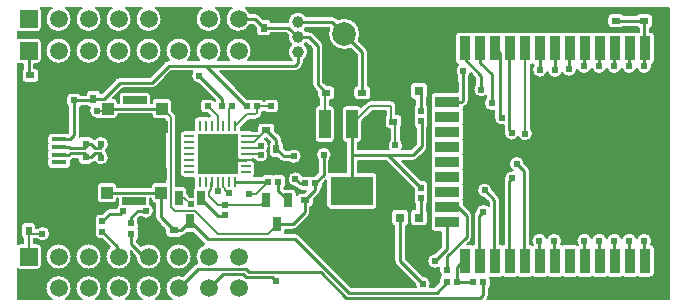
<source format=gtl>
G04 Layer: TopLayer*
G04 EasyEDA Pro v2.1.42.467b0aa0, 2024-01-03 14:17:13*
G04 Gerber Generator version 0.3*
G04 Scale: 100 percent, Rotated: No, Reflected: No*
G04 Dimensions in millimeters*
G04 Leading zeros omitted, absolute positions, 3 integers and 5 decimals*
%FSLAX35Y35*%
%MOMM*%
%ADD8191C,0.2032*%
%ADD10R,0.95001X2.1*%
%ADD11R,2.1X0.95001*%
%ADD12R,0.9X0.9*%
%ADD13R,0.905X0.28001*%
%ADD14R,0.28001X0.905*%
%ADD15R,3.3507X3.35001*%
%ADD16R,3.35001X3.35001*%
%ADD17R,0.98001X2.47*%
%ADD18R,3.59999X2.47*%
%ADD19R,1.3X0.4*%
%ADD20R,1.9X1.5*%
%ADD21C,1.35001*%
%ADD22O,1.9X1.1999*%
%ADD23R,0.6X0.6*%
%ADD24R,0.6X0.6*%
%ADD25R,0.7X1.25001*%
%ADD26R,0.79009X0.54*%
%ADD27R,0.54X0.56566*%
%ADD28R,0.56566X0.54*%
%ADD29R,0.54X0.56566*%
%ADD30R,0.56566X0.54*%
%ADD31R,0.79009X0.54*%
%ADD32R,0.54X0.79009*%
%ADD33C,1.0*%
%ADD34R,0.8X0.8*%
%ADD35R,1.0X1.1*%
%ADD36R,2.0X0.7*%
%ADD37R,1.0X1.1*%
%ADD38R,2.0X0.7*%
%ADD39C,2.0*%
%ADD40R,0.54X0.79009*%
%ADD41R,1.5X1.5*%
%ADD42C,1.5*%
%ADD43C,0.61*%
%ADD44C,0.254*%
%ADD45C,0.2032*%
%ADD46C,0.1524*%
G75*


G04 Copper Start*
G36*
G01X2575814Y251714D02*
G01X2575814Y507733D01*
G03X2592000Y503866I16186J31948D01*
G01X2742000D01*
G03X2777814Y539680I0J35814D01*
G01Y689680D01*
G03X2742000Y725494I-35814J0D01*
G01X2710434D01*
G01Y761896D01*
G03X2716127Y765556I-16434J31821D01*
G01X2735000D01*
G03X2785110Y742676I50110J43434D01*
G03X2851424Y808990I0J66314D01*
G03X2785110Y875304I-66314J0D01*
G03X2735000Y852424I0J-66314D01*
G01X2729814D01*
G01Y872726D01*
G03X2694000Y908540I-35814J0D01*
G01X2640000D01*
G03X2604186Y872726I0J-35814D01*
G01Y793717D01*
G03X2623566Y761896I35814J0D01*
G01Y725494D01*
G01X2592000D01*
G03X2575814Y721627I0J-35814D01*
G01Y2250173D01*
G03X2592000Y2246306I16186J31948D01*
G01X2618486D01*
G01Y2200864D01*
G03X2608293Y2175840I25621J-25024D01*
G01Y2121840D01*
G03X2644107Y2086026I35814J0D01*
G01X2723116D01*
G03X2758930Y2121840I0J35814D01*
G01Y2175840D01*
G03X2723116Y2211654I-35814J0D01*
G01X2715514D01*
G01Y2246306D01*
G01X2742000D01*
G03X2777814Y2282120I0J35814D01*
G01Y2432120D01*
G03X2742000Y2467934I-35814J0D01*
G01X2592000D01*
G03X2575814Y2464067I0J-35814D01*
G01Y2519413D01*
G03X2592000Y2515546I16186J31948D01*
G01X2742000D01*
G03X2777814Y2551360I0J35814D01*
G01Y2701360D01*
G03X2772528Y2720086I-35814J0D01*
G01X2861880D01*
G03X2810186Y2626360I59120J-93726D01*
G03X2921000Y2515546I110814J0D01*
G03X3031814Y2626360I0J110814D01*
G03X2980120Y2720086I-110814J0D01*
G01X3115880D01*
G03X3064186Y2626360I59120J-93726D01*
G03X3175000Y2515546I110814J0D01*
G03X3285814Y2626360I0J110814D01*
G03X3234120Y2720086I-110814J0D01*
G01X3369880D01*
G03X3318186Y2626360I59120J-93726D01*
G03X3429000Y2515546I110814J0D01*
G03X3539814Y2626360I0J110814D01*
G03X3488120Y2720086I-110814J0D01*
G01X3623880D01*
G03X3572186Y2626360I59120J-93726D01*
G03X3683000Y2515546I110814J0D01*
G03X3793814Y2626360I0J110814D01*
G03X3742120Y2720086I-110814J0D01*
G01X4131880D01*
G03X4080186Y2626360I59120J-93726D01*
G03X4191000Y2515546I110814J0D01*
G03X4301814Y2626360I0J110814D01*
G03X4250120Y2720086I-110814J0D01*
G01X4385880D01*
G03X4334186Y2626360I59120J-93726D01*
G03X4445000Y2515546I110814J0D01*
G03X4544630Y2577846I0J110814D01*
G01X4565773D01*
G01X4595546Y2548073D01*
G01Y2514364D01*
G03X4631360Y2478550I35814J0D01*
G01X4685360D01*
G03X4720022Y2505354I0J35814D01*
G01X4847916D01*
G01X4863563Y2489707D01*
G03X4862106Y2473960I84357J-15747D01*
G03X4890198Y2410460I85814J0D01*
G03X4862106Y2346960I57722J-63500D01*
G03X4894371Y2279904I85814J0D01*
G01X4524482D01*
G03X4555814Y2357120I-79482J77216D01*
G03X4445000Y2467934I-110814J0D01*
G03X4334186Y2357120I0J-110814D01*
G03X4365518Y2279904I110814J0D01*
G01X4270482D01*
G03X4301814Y2357120I-79482J77216D01*
G03X4191000Y2467934I-110814J0D01*
G03X4080186Y2357120I0J-110814D01*
G03X4111518Y2279904I110814J0D01*
G01X4016482D01*
G03X4047814Y2357120I-79482J77216D01*
G03X3937000Y2467934I-110814J0D01*
G03X3826186Y2357120I0J-110814D01*
G03X3857518Y2279904I110814J0D01*
G01X3856990D01*
G03X3822685Y2265695I0J-48514D01*
G01X3693385Y2136394D01*
G01X3444240D01*
G03X3409935Y2122185I0J-48514D01*
G01X3288356Y2000606D01*
G01X3277302D01*
G03X3242640Y2027410I-34662J-9009D01*
G01X3188640D01*
G03X3152826Y1991596I0J-35814D01*
G01Y1985201D01*
G01X3113737D01*
G03X3083080Y2002500I-30657J-18514D01*
G01X3023080D01*
G03X2987266Y1966686I0J-35814D01*
G01Y1906687D01*
G03X3004566Y1876029I35814J0D01*
G01Y1666015D01*
G01X3000785Y1662234D01*
G03X2991987Y1663332I-8798J-34716D01*
G01X2861987D01*
G03X2826173Y1627518I0J-35814D01*
G01Y1587518D01*
G03X2828421Y1575030I35814J0D01*
G03X2826173Y1562542I33566J-12488D01*
G01Y1522542D01*
G03X2828430Y1510030I35814J0D01*
G03X2826173Y1497518I33557J-12512D01*
G01Y1457518D01*
G03X2828430Y1445006I35814J0D01*
G03X2826173Y1432494I33557J-12512D01*
G01Y1392494D01*
G03X2861987Y1356680I35814J0D01*
G01X2991987D01*
G03X3027801Y1392494I0J35814D01*
G01Y1432480D01*
G03X3040433Y1439926I-18034J45038D01*
G01X3083786D01*
G01Y1426754D01*
G03X3119600Y1390940I35814J0D01*
G01X3179600D01*
G03X3211418Y1410315I0J35814D01*
G03X3225686Y1417353I-14039J46438D01*
G03X3281680Y1386566I55994J35527D01*
G03X3347994Y1452880I0J66314D01*
G03X3326555Y1501704I-66314J0D01*
G03X3319351Y1513840I-44875J-18434D01*
G03X3321492Y1516687I-37671J30570D01*
G03X3347994Y1569720I-39812J53033D01*
G03X3281680Y1636034I-66314J0D01*
G03X3227955Y1608593I0J-66314D01*
G03X3211418Y1617365I-30575J-37667D01*
G03X3179600Y1636740I-31819J-16438D01*
G01X3119600D01*
G03X3098979Y1630208I0J-35814D01*
G03X3101594Y1645920I-45899J15712D01*
G01Y1876029D01*
G03X3113737Y1888173I-18514J30657D01*
G01X3162437D01*
G03X3186477Y1876838I26203J24414D01*
G03X3179806Y1847850I59643J-28988D01*
G03X3246120Y1781536I66314J0D01*
G03X3264387Y1784102I0J66314D01*
G03X3286163Y1776721I21776J28433D01*
G01X3386163D01*
G03X3421977Y1812535I0J35814D01*
G01Y1819021D01*
G01X3710343D01*
G01Y1812535D01*
G03X3746157Y1776721I35814J0D01*
G01X3823732D01*
G01X3826418Y1774035D01*
G01Y1245879D01*
G01X3741077D01*
G03X3705263Y1210065I0J-35814D01*
G01Y1203579D01*
G01X3416897D01*
G01Y1210065D01*
G03X3381083Y1245879I-35814J0D01*
G01X3281083D01*
G03X3245269Y1210065I0J-35814D01*
G01Y1100065D01*
G03X3281083Y1064251I35814J0D01*
G01X3381083D01*
G03X3416897Y1100065I0J35814D01*
G01Y1106551D01*
G01X3425266D01*
G01Y1050040D01*
G03X3407485Y1023874I44374J-49280D01*
G01X3353968D01*
G03X3319664Y1009665I0J-48514D01*
G01X3287328Y977329D01*
G01X3264840D01*
G03X3229026Y941515I0J-35814D01*
G01Y941514D01*
G01Y884949D01*
G03X3232318Y869950I35814J0D01*
G03X3229026Y854951I32522J-14999D01*
G01Y798386D01*
G03X3264840Y762572I35814J0D01*
G01X3287328D01*
G01X3353814Y696085D01*
G03X3318186Y614680I75186J-81405D01*
G03X3429000Y503866I110814J0D01*
G03X3539814Y614680I0J110814D01*
G03X3530459Y659242I-110814J0D01*
G01X3572222Y617479D01*
G03X3572186Y614680I110778J-2799D01*
G03X3683000Y503866I110814J0D01*
G03X3793814Y614680I0J110814D01*
G03X3683000Y725494I-110814J0D01*
G03X3620638Y706281I0J-110814D01*
G01X3586734Y740185D01*
G01Y751973D01*
G03X3601034Y780606I-21514J28632D01*
G01Y837171D01*
G03X3597742Y852170I-35814J0D01*
G03X3601034Y867169I-32522J14999D01*
G01Y923734D01*
G01Y923735D01*
G03X3597868Y938458I-35814J0D01*
G01X3611655Y952246D01*
G01X3617470D01*
G03X3662680Y934446I45210J48514D01*
G03X3728994Y1000760I0J66314D01*
G03X3696894Y1057566I-66314J0D01*
G01Y1106551D01*
G01X3705263D01*
G01Y1100065D01*
G03X3741077Y1064251I35814J0D01*
G01X3741166D01*
G01Y946048D01*
G03X3755375Y911744I48514J0D01*
G01X3824750Y842369D01*
G01Y808660D01*
G03X3860564Y772846I35814J0D01*
G01X3939573D01*
G03X3969339Y788744I0J35814D01*
G03X3991294Y801355I-12349J46916D01*
G01X4003815Y813876D01*
G01X4063225D01*
G01X4148136Y728965D01*
G03X4159025Y720781I34305J34305D01*
G03X4080186Y614680I31975J-106101D01*
G03X4096730Y556431I110814J0D01*
G03X4065255Y542305I2830J-48431D01*
G01X3973144Y450194D01*
G03X3937000Y456254I-36144J-104754D01*
G03X3826186Y345440I0J-110814D01*
G03X3877880Y251714I110814J0D01*
G01X3742120D01*
G03X3793814Y345440I-59120J93726D01*
G03X3683000Y456254I-110814J0D01*
G03X3572186Y345440I0J-110814D01*
G03X3623880Y251714I110814J0D01*
G01X3488120D01*
G03X3539814Y345440I-59120J93726D01*
G03X3429000Y456254I-110814J0D01*
G03X3318186Y345440I0J-110814D01*
G03X3369880Y251714I110814J0D01*
G01X3234120D01*
G03X3285814Y345440I-59120J93726D01*
G03X3175000Y456254I-110814J0D01*
G03X3064186Y345440I0J-110814D01*
G03X3115880Y251714I110814J0D01*
G01X2980120D01*
G03X3031814Y345440I-59120J93726D01*
G03X2921000Y456254I-110814J0D01*
G03X2810186Y345440I0J-110814D01*
G03X2861880Y251714I110814J0D01*
G01X2575814D01*
G37*
%LPC*%
G36*
G01X3318186Y2357120D02*
G03X3429000Y2246306I110814J0D01*
G03X3539814Y2357120I0J110814D01*
G03X3429000Y2467934I-110814J0D01*
G03X3318186Y2357120I0J-110814D01*
G37*
G36*
G01X3175000Y2246306D02*
G03X3285814Y2357120I0J110814D01*
G03X3175000Y2467934I-110814J0D01*
G03X3064186Y2357120I0J-110814D01*
G03X3175000Y2246306I110814J0D01*
G37*
G36*
G01X3683000Y2246306D02*
G03X3793814Y2357120I0J110814D01*
G03X3683000Y2467934I-110814J0D01*
G03X3572186Y2357120I0J-110814D01*
G03X3683000Y2246306I110814J0D01*
G37*
G36*
G01X2921000Y2246306D02*
G03X3031814Y2357120I0J110814D01*
G03X2921000Y2467934I-110814J0D01*
G03X2810186Y2357120I0J-110814D01*
G03X2921000Y2246306I110814J0D01*
G37*
G36*
G01X3826186Y614680D02*
G03X3937000Y503866I110814J0D01*
G03X4047814Y614680I0J110814D01*
G03X3937000Y725494I-110814J0D01*
G03X3826186Y614680I0J-110814D01*
G37*
G36*
G01X3175000Y503866D02*
G03X3285814Y614680I0J110814D01*
G03X3175000Y725494I-110814J0D01*
G03X3064186Y614680I0J-110814D01*
G03X3175000Y503866I110814J0D01*
G37*
G36*
G01X2921000Y503866D02*
G03X3031814Y614680I0J110814D01*
G03X2921000Y725494I-110814J0D01*
G03X2810186Y614680I0J-110814D01*
G03X2921000Y503866I110814J0D01*
G37*
%LPD*%
G36*
G01X4057702Y1174690D02*
G01X4057702Y1120143D01*
G03X4038600Y1122954I-19102J-63503D01*
G01X4037315Y1122942D01*
G01X4015559Y1144698D01*
G03X4009338Y1149907I-32509J-32509D01*
G01Y1174690D01*
G03X3973524Y1210504I-35814J0D01*
G01X3918366D01*
G01Y1793078D01*
G03X3904901Y1825586I-45974J0D01*
G01X3881971Y1848516D01*
G01Y1922535D01*
G03X3846157Y1958349I-35814J0D01*
G01X3746157D01*
G03X3710343Y1922535I0J-35814D01*
G01Y1916049D01*
G01X3701974D01*
G01Y1974925D01*
G03X3666160Y2010739I-35814J0D01*
G01X3466160D01*
G03X3430346Y1974925I0J-35814D01*
G01Y1916049D01*
G01X3421977D01*
G01Y1922535D01*
G03X3386163Y1958349I-35814J0D01*
G01X3383318D01*
G01X3464335Y2039366D01*
G01X3713480D01*
G03X3747785Y2053575I0J48514D01*
G01X3877085Y2182876D01*
G01X4055266D01*
G03X4043406Y2145030I54454J-37846D01*
G03X4107384Y2078757I66314J0D01*
G01X4248106Y1938035D01*
G03X4244340Y1931642I28810J-21275D01*
G03X4211765Y1952574I-32575J-14882D01*
G01X4211764D01*
G01X4155199D01*
G03X4119385Y1916760I0J-35814D01*
G01Y1862760D01*
G03X4155199Y1826946I35814J0D01*
G01X4181279D01*
G01X4206056Y1802168D01*
G01X4203187D01*
G03X4192194Y1800439I0J-35814D01*
G03X4181201Y1802168I-10993J-34085D01*
G01X4153200D01*
G03X4142194Y1800435I0J-35814D01*
G03X4131188Y1802168I-11006J-34081D01*
G01X4103187D01*
G03X4067373Y1766354I0J-35814D01*
G01Y1683187D01*
G01X3984206D01*
G03X3948392Y1647373I0J-35814D01*
G01Y1619372D01*
G03X3950125Y1608366I35814J0D01*
G03X3948392Y1597360I34081J-11006D01*
G01Y1569359D01*
G03X3950121Y1558366I35814J0D01*
G03X3948392Y1547373I34085J-10993D01*
G01Y1519372D01*
G03X3950125Y1508366I35814J0D01*
G03X3948392Y1497360I34081J-11006D01*
G01Y1469360D01*
G03X3950121Y1458366I35814J0D01*
G03X3948392Y1447373I34085J-10993D01*
G01Y1419372D01*
G03X3950125Y1408367I35814J0D01*
G03X3948392Y1397361I34081J-11006D01*
G01Y1369360D01*
G03X3950121Y1358367I35814J0D01*
G03X3948392Y1347373I34085J-10993D01*
G01Y1319373D01*
G03X3984206Y1283559I35814J0D01*
G01X4067373D01*
G01Y1200366D01*
G01X4067392Y1199189D01*
G03X4057702Y1174690I26124J-24499D01*
G37*
G36*
G01X6545863Y251714D02*
G01X6551945Y257795D01*
G03X6566154Y292100I-34305J34305D01*
G01Y341514D01*
G03X6579299Y369240I-22669J27726D01*
G01Y423240D01*
G03X6576357Y437455I-35814J0D01*
G01X6662753D01*
G03X6678752Y441228I0J35814D01*
G03X6694752Y437455I15999J32042D01*
G01X6789753D01*
G03X6805752Y441228I0J35814D01*
G03X6821752Y437455I15999J32042D01*
G01X6916753D01*
G03X6932752Y441228I0J35814D01*
G03X6948752Y437455I15999J32042D01*
G01X7043753D01*
G03X7059752Y441228I0J35814D01*
G03X7075752Y437455I15999J32042D01*
G01X7170753D01*
G03X7186752Y441228I0J35814D01*
G03X7202752Y437455I15999J32042D01*
G01X7297753D01*
G03X7313752Y441228I0J35814D01*
G03X7329752Y437455I15999J32042D01*
G01X7424753D01*
G03X7440752Y441228I0J35814D01*
G03X7456752Y437455I15999J32042D01*
G01X7551753D01*
G03X7567752Y441228I0J35814D01*
G03X7583752Y437455I15999J32042D01*
G01X7678753D01*
G03X7694752Y441228I0J35814D01*
G03X7710752Y437455I15999J32042D01*
G01X7805753D01*
G03X7821752Y441228I0J35814D01*
G03X7837752Y437455I15999J32042D01*
G01X7932753D01*
G03X7968567Y473269I0J35814D01*
G01Y683269D01*
G03X7938209Y718665I-35814J0D01*
G03X7946486Y750748I-58037J32083D01*
G03X7880172Y817062I-66314J0D01*
G03X7816672Y769861I0J-66314D01*
G03X7753172Y817062I-63500J-19113D01*
G03X7689672Y769861I0J-66314D01*
G03X7626172Y817062I-63500J-19113D01*
G03X7562672Y769861I0J-66314D01*
G03X7499172Y817062I-63500J-19113D01*
G03X7435672Y769861I0J-66314D01*
G03X7372172Y817062I-63500J-19113D01*
G03X7305858Y750748I0J-66314D01*
G03X7315590Y716164I66314J0D01*
G01X7313752Y715310D01*
G03X7297753Y719083I-15999J-32042D01*
G01X7202752D01*
G03X7186752Y715310I0J-35814D01*
G03X7176209Y718665I-15999J-32042D01*
G03X7184486Y750748I-58037J32083D01*
G03X7118172Y817062I-66314J0D01*
G03X7054672Y769861I0J-66314D01*
G03X6991172Y817062I-63500J-19113D01*
G03X6924858Y750748I0J-66314D01*
G03X6934590Y716164I66314J0D01*
G01X6932752Y715310D01*
G03X6916753Y719083I-15999J-32042D01*
G01X6912686D01*
G01Y1336218D01*
G03X6898477Y1370522I-48514J0D01*
G01X6865853Y1403146D01*
G03X6799580Y1467124I-66273J-2336D01*
G03X6733266Y1400810I0J-66314D01*
G03X6766145Y1343541I66314J0D01*
G03X6758940Y1343934I-7205J-65921D01*
G03X6692626Y1277620I0J-66314D01*
G01X6692671Y1275172D01*
G03X6688658Y1255852I44501J-19320D01*
G01Y718561D01*
G03X6678752Y715310I6093J-35292D01*
G03X6662753Y719083I-15999J-32042D01*
G01X6658686D01*
G01Y1094918D01*
G03X6644477Y1129222I-48514J0D01*
G01X6595343Y1178356D01*
G03X6529070Y1242334I-66273J-2336D01*
G03X6462756Y1176020I0J-66314D01*
G03X6526734Y1109747I66314J0D01*
G01X6561658Y1074823D01*
G01Y1044008D01*
G03X6517640Y1060724I-44018J-49598D01*
G03X6451367Y996746I0J-66314D01*
G01X6448868Y994247D01*
G03X6434658Y959942I34305J-34305D01*
G01Y718561D01*
G03X6424752Y715310I6093J-35292D01*
G03X6408753Y719083I-15999J-32042D01*
G01X6378662D01*
G01X6409705Y750126D01*
G03X6423914Y784430I-34305J34305D01*
G01Y960120D01*
G03X6409705Y994425I-48514J0D01*
G01X6352562Y1051568D01*
G01Y1081268D01*
G03X6348789Y1097267I-35814J0D01*
G03X6352562Y1113267I-32042J15999D01*
G01Y1208268D01*
G03X6348789Y1224267I-35814J0D01*
G03X6352562Y1240267I-32042J15999D01*
G01Y1335268D01*
G03X6348789Y1351267I-35814J0D01*
G03X6352562Y1367267I-32042J15999D01*
G01Y1462268D01*
G03X6348789Y1478267I-35814J0D01*
G03X6352562Y1494267I-32042J15999D01*
G01Y1589268D01*
G03X6348789Y1605267I-35814J0D01*
G03X6352562Y1621267I-32042J15999D01*
G01Y1716268D01*
G03X6348789Y1732267I-35814J0D01*
G03X6352562Y1748267I-32042J15999D01*
G01Y1843268D01*
G03X6348789Y1859267I-35814J0D01*
G03X6352562Y1875267I-32042J15999D01*
G01Y1880190D01*
G03X6369065Y1891015I-17802J45130D01*
G01X6381765Y1903715D01*
G03X6395974Y1938020I-34305J34305D01*
G01Y2140460D01*
G03X6410968Y2166583I-48514J45210D01*
G01X6450076Y2127475D01*
G01Y2073400D01*
G03X6432276Y2028190I48514J-45210D01*
G03X6498590Y1961876I66314J0D01*
G03X6538976Y1975592I0J66314D01*
G01Y1956560D01*
G03X6521176Y1911350I48514J-45210D01*
G03X6587490Y1845036I66314J0D01*
G03X6607556Y1848145I0J66314D01*
G01Y1807210D01*
G03X6607651Y1804181I48514J0D01*
G03X6606266Y1790700I64929J-13481D01*
G03X6672580Y1724386I66314J0D01*
G03X6688658Y1726365I0J66314D01*
G01Y1682928D01*
G03X6690393Y1670071I48514J0D01*
G03X6690086Y1663700I66007J-6371D01*
G03X6756400Y1597386I66314J0D01*
G03X6812059Y1627650I0J66314D01*
G03X6871970Y1589766I59911J28430D01*
G03X6938284Y1656080I0J66314D01*
G03X6917944Y1703871I-66314J0D01*
G01Y2237497D01*
G03X6932752Y2241250I-1191J35794D01*
G03X6944793Y2237697I15999J32042D01*
G03X6928846Y2194560I50367J-43137D01*
G03X6995160Y2128246I66314J0D01*
G03X7058962Y2176481I0J66314D01*
G03X7123430Y2125706I64468J15539D01*
G03X7186516Y2171583I0J66314D01*
G03X7245350Y2135866I58834J30597D01*
G03X7311595Y2199152I0J66314D01*
G03X7372172Y2159818I60577J26980D01*
G03X7435672Y2207019I0J66314D01*
G03X7499172Y2159818I63500J19113D01*
G03X7562672Y2207019I0J66314D01*
G03X7626172Y2159818I63500J19113D01*
G03X7689672Y2207019I0J66314D01*
G03X7753172Y2159818I63500J19113D01*
G03X7816672Y2207019I0J66314D01*
G03X7880172Y2159818I63500J19113D01*
G03X7946486Y2226132I0J66314D01*
G03X7945090Y2239669I-66314J0D01*
G03X7968567Y2273291I-12337J33622D01*
G01Y2483291D01*
G03X7932753Y2519105I-35814J0D01*
G01X7928966D01*
G01Y2549458D01*
G03X7955770Y2584120I-9009J34662D01*
G01Y2638120D01*
G03X7919956Y2673934I-35814J0D01*
G01X7840947D01*
G03X7812315Y2659634I0J-35814D01*
G01X7712165D01*
G03X7683533Y2673934I-28632J-21514D01*
G01X7604524D01*
G03X7568710Y2638120I0J-35814D01*
G01Y2584120D01*
G03X7604524Y2548306I35814J0D01*
G01X7683533D01*
G03X7712165Y2562606I0J35814D01*
G01X7812315D01*
G03X7831938Y2549458I28632J21514D01*
G01Y2518630D01*
G03X7821752Y2515332I5814J-35339D01*
G03X7805753Y2519105I-15999J-32042D01*
G01X7710752D01*
G03X7694752Y2515332I0J-35814D01*
G03X7678753Y2519105I-15999J-32042D01*
G01X7583752D01*
G03X7567752Y2515332I0J-35814D01*
G03X7551753Y2519105I-15999J-32042D01*
G01X7456752D01*
G03X7440752Y2515332I0J-35814D01*
G03X7424753Y2519105I-15999J-32042D01*
G01X7329752D01*
G03X7313752Y2515332I0J-35814D01*
G03X7297753Y2519105I-15999J-32042D01*
G01X7202752D01*
G03X7186752Y2515332I0J-35814D01*
G03X7170753Y2519105I-15999J-32042D01*
G01X7075752D01*
G03X7059752Y2515332I0J-35814D01*
G03X7043753Y2519105I-15999J-32042D01*
G01X6948752D01*
G03X6932752Y2515332I0J-35814D01*
G03X6916753Y2519105I-15999J-32042D01*
G01X6821752D01*
G03X6805752Y2515332I0J-35814D01*
G03X6789753Y2519105I-15999J-32042D01*
G01X6694752D01*
G03X6678752Y2515332I0J-35814D01*
G03X6662753Y2519105I-15999J-32042D01*
G01X6567752D01*
G03X6551752Y2515332I0J-35814D01*
G03X6535753Y2519105I-15999J-32042D01*
G01X6440752D01*
G03X6424752Y2515332I0J-35814D01*
G03X6408753Y2519105I-15999J-32042D01*
G01X6313752D01*
G03X6277938Y2483291I0J-35814D01*
G01Y2273291D01*
G03X6306905Y2238138I35814J0D01*
G03X6281146Y2185670I40555J-52468D01*
G03X6298946Y2140460I66314J0D01*
G01Y2006082D01*
G01X6106748D01*
G03X6070934Y1970268I0J-35814D01*
G01Y1875267D01*
G03X6074706Y1859267I35814J0D01*
G03X6070934Y1843268I32042J-15999D01*
G01Y1748267D01*
G03X6074706Y1732267I35814J0D01*
G03X6070934Y1716268I32042J-15999D01*
G01Y1621267D01*
G03X6074706Y1605267I35814J0D01*
G03X6070934Y1589268I32042J-15999D01*
G01Y1494267D01*
G03X6074706Y1478267I35814J0D01*
G03X6070934Y1462268I32042J-15999D01*
G01Y1367267D01*
G03X6074706Y1351267I35814J0D01*
G03X6070934Y1335268I32042J-15999D01*
G01Y1240267D01*
G03X6074706Y1224267I35814J0D01*
G03X6070934Y1208268I32042J-15999D01*
G01Y1113267D01*
G03X6074706Y1097267I35814J0D01*
G03X6070934Y1081268I32042J-15999D01*
G01Y986267D01*
G03X6074706Y970267I35814J0D01*
G03X6070934Y954268I32042J-15999D01*
G01Y859267D01*
G03X6106748Y823453I35814J0D01*
G01X6158154D01*
G01Y695913D01*
G01X6105094Y642853D01*
G03X6041116Y576580I2336J-66273D01*
G03X6107430Y510266I66314J0D01*
G03X6142932Y520570I0J66314D01*
G03X6140176Y501650I63558J-18920D01*
G03X6161665Y452780I66314J0D01*
G03X6146102Y423240I20250J-29539D01*
G01Y400752D01*
G01X6102473Y357124D01*
G01X6065103D01*
G03X6071407Y385343I-60011J28219D01*
G03X6007429Y451616I-66314J0D01*
G01X5861368Y597677D01*
G01Y869750D01*
G03X5888667Y904537I-8514J34787D01*
G01Y984537D01*
G03X5852853Y1020351I-35814J0D01*
G01X5772854D01*
G03X5737040Y984537I0J-35814D01*
G01Y904537D01*
G03X5764340Y869750I35814J0D01*
G01Y577582D01*
G03X5778549Y543277I48514J0D01*
G01X5938820Y383006D01*
G03X5945082Y357124I66273J2336D01*
G01X5401085D01*
G01X4960635Y797575D01*
G03X4926330Y811784I-34305J-34305D01*
G01X4837002D01*
G03X4840934Y828100I-31882J16316D01*
G01Y842086D01*
G01X4905070D01*
G03X4939375Y856296I0J48514D01*
G01X5039476Y956397D01*
G03X5053686Y990702I-34305J34305D01*
G01Y1030538D01*
G03X5080490Y1065200I-9009J34662D01*
G01Y1098909D01*
G01X5127106Y1145525D01*
G03X5141276Y1177860I-34305J34305D01*
G03X5156899Y1207440I-20191J29580D01*
G01Y1229928D01*
G01X5189306Y1262336D01*
G01Y1045891D01*
G03X5225120Y1010077I35814J0D01*
G01X5585120D01*
G03X5620934Y1045891I0J35814D01*
G01Y1292890D01*
G03X5585120Y1328704I-35814J0D01*
G01X5453634D01*
G01Y1426268D01*
G01X5690884D01*
G01X5926506Y1190647D01*
G01Y1168159D01*
G03X5929798Y1153160I35814J0D01*
G03X5926506Y1138161I32522J-14999D01*
G01Y1081596D01*
G03X5940806Y1052963I35814J0D01*
G01Y1021037D01*
G01X5932747D01*
G03X5896933Y985223I0J-35814D01*
G01Y905223D01*
G03X5932747Y869409I35814J0D01*
G01X6012746D01*
G03X6048560Y905223I0J35814D01*
G01Y985223D01*
G03X6037834Y1010782I-35814J0D01*
G01Y1052963D01*
G03X6052134Y1081596I-21514J28632D01*
G01Y1138161D01*
G03X6048842Y1153160I-35814J0D01*
G03X6052134Y1168159I-32522J14999D01*
G01Y1224724D01*
G01Y1224725D01*
G03X6016320Y1260539I-35814J0D01*
G01X5993832D01*
G01X5828103Y1426268D01*
G01X5923592D01*
G03X5957897Y1440478I0J48514D01*
G01X6029975Y1512555D01*
G03X6044184Y1546860I-34305J34305D01*
G01Y1709335D01*
G03X6052134Y1731836I-27864J22500D01*
G01Y1788401D01*
G03X6048842Y1803400I-35814J0D01*
G03X6052134Y1818399I-32522J14999D01*
G01Y1874964D01*
G01Y1874965D01*
G03X6037834Y1903597I-35814J0D01*
G01Y1951544D01*
G03X6048560Y1977103I-25088J25559D01*
G01Y2057103D01*
G03X6012746Y2092917I-35814J0D01*
G01X5932747D01*
G03X5896933Y2057103I0J-35814D01*
G01Y1977103D01*
G03X5932747Y1941289I35814J0D01*
G01X5940806D01*
G01Y1903597D01*
G03X5926506Y1874965I21514J-28632D01*
G01Y1874964D01*
G01Y1818399D01*
G03X5929798Y1803400I35814J0D01*
G03X5926506Y1788401I32522J-14999D01*
G01Y1731836D01*
G03X5947156Y1699390I35814J0D01*
G01Y1566955D01*
G01X5903497Y1523296D01*
G01X5830519D01*
G03X5839734Y1557020I-57099J33724D01*
G03X5816854Y1607130I-66314J0D01*
G01Y1701201D01*
G03X5832330Y1730680I-20338J29479D01*
G01Y1784680D01*
G03X5796516Y1820494I-35814J0D01*
G01X5780024D01*
G01Y1893570D01*
G03X5736590Y1937004I-43434J0D01*
G01X5562321D01*
G03X5531608Y1924282I0J-43434D01*
G01X5485124Y1877798D01*
G03X5454120Y1895683I-31003J-17929D01*
G01X5356120D01*
G03X5320306Y1859869I0J-35814D01*
G01Y1612870D01*
G03X5356120Y1577056I35814J0D01*
G01X5356606D01*
G01Y1474782D01*
G01Y1328704D01*
G01X5225120D01*
G03X5214874Y1327207I0J-35814D01*
G01Y1433070D01*
G03X5232674Y1478280I-48514J45210D01*
G03X5166360Y1544594I-66314J0D01*
G03X5100046Y1478280I0J-66314D01*
G03X5117846Y1433070I66314J0D01*
G01Y1328094D01*
G01X5087007Y1297254D01*
G01X5064519D01*
G03X5049520Y1293962I0J-35814D01*
G03X5034521Y1297254I-14999J-32522D01*
G01X4986785D01*
G03X4926330Y1336314I-60455J-27254D01*
G03X4860016Y1270000I0J-66314D01*
G03X4923994Y1203727I66314J0D01*
G01X4927585Y1200135D01*
G03X4947882Y1187992I34305J34305D01*
G03X4977956Y1171626I30074J19447D01*
G01X5015988D01*
G01X4999377Y1155014D01*
G01X4965667D01*
G03X4935930Y1139159I0J-35814D01*
G01Y1153100D01*
G03X4900116Y1188914I-35814J0D01*
G01X4835411D01*
G01X4831436Y1192889D01*
G01Y1193127D01*
G03X4847019Y1222680I-20231J29552D01*
G01Y1276680D01*
G03X4811205Y1312494I-35814J0D01*
G01X4811204D01*
G01X4754639D01*
G03X4739640Y1309202I0J-35814D01*
G03X4724641Y1312494I-14999J-32522D01*
G01X4668076D01*
G03X4636800Y1294130I0J-35814D01*
G01X4575600D01*
G03X4586008Y1319373I-25406J25243D01*
G01Y1347373D01*
G03X4584279Y1358367I-35814J0D01*
G03X4586008Y1369360I-34085J10993D01*
G01Y1397361D01*
G03X4550194Y1433175I-35814J0D01*
G01X4459694D01*
G03X4423880Y1397361I0J-35814D01*
G01Y1369360D01*
G03X4425609Y1358367I35814J0D01*
G03X4423880Y1347373I34085J-10993D01*
G01Y1326680D01*
G01X4403187D01*
G03X4392193Y1324951I0J-35814D01*
G03X4381200Y1326680I-10993J-34085D01*
G01X4353199D01*
G03X4342194Y1324947I0J-35814D01*
G03X4331188Y1326680I-11006J-34081D01*
G01X4303187D01*
G03X4292194Y1324951I0J-35814D01*
G03X4281200Y1326680I-10993J-34085D01*
G01X4253200D01*
G03X4242194Y1324947I0J-35814D01*
G03X4231188Y1326680I-11006J-34081D01*
G01X4203187D01*
G03X4192194Y1324951I0J-35814D01*
G03X4181201Y1326680I-10993J-34085D01*
G01X4153200D01*
G03X4142194Y1324947I0J-35814D01*
G03X4131188Y1326680I-11006J-34081D01*
G01X4110520D01*
G01Y1347373D01*
G03X4108791Y1358367I-35814J0D01*
G03X4110520Y1369360I-34085J10993D01*
G01Y1397361D01*
G03X4108787Y1408367I-35814J0D01*
G03X4110520Y1419372I-34081J11006D01*
G01Y1447373D01*
G03X4108791Y1458366I-35814J0D01*
G03X4110520Y1469360I-34085J10993D01*
G01Y1497360D01*
G03X4108787Y1508366I-35814J0D01*
G03X4110520Y1519372I-34081J11006D01*
G01Y1547373D01*
G03X4108791Y1558366I-35814J0D01*
G03X4110520Y1569359I-34085J10993D01*
G01Y1597360D01*
G03X4108787Y1608366I-35814J0D01*
G03X4110520Y1619372I-34081J11006D01*
G01Y1640040D01*
G01X4131188D01*
G03X4142194Y1641773I0J35814D01*
G03X4153200Y1640040I11006J34081D01*
G01X4181201D01*
G03X4192194Y1641769I0J35814D01*
G03X4203187Y1640040I10993J34085D01*
G01X4231188D01*
G03X4242194Y1641773I0J35814D01*
G03X4253200Y1640040I11006J34081D01*
G01X4281200D01*
G03X4292194Y1641769I0J35814D01*
G03X4303187Y1640040I10993J34085D01*
G01X4331188D01*
G03X4342194Y1641773I0J35814D01*
G03X4353199Y1640040I11006J34081D01*
G01X4381200D01*
G03X4392193Y1641769I0J35814D01*
G03X4403187Y1640040I10993J34085D01*
G01X4423880D01*
G01Y1619372D01*
G03X4425613Y1608366I35814J0D01*
G03X4423880Y1597360I34081J-11006D01*
G01Y1569359D01*
G03X4425609Y1558366I35814J0D01*
G03X4423880Y1547373I34085J-10993D01*
G01Y1519372D01*
G03X4425613Y1508366I35814J0D01*
G03X4423880Y1497360I34081J-11006D01*
G01Y1469360D01*
G03X4459694Y1433546I35814J0D01*
G01X4550194D01*
G03X4566329Y1437386I0J35814D01*
G01X4577149D01*
G03X4632960Y1406886I55811J35814D01*
G03X4699274Y1473200I0J66314D01*
G03X4687409Y1511053I-66314J0D01*
G03X4700544Y1550670I-53179J39617D01*
G03X4666892Y1608383I-66314J0D01*
G01X4678256Y1619747D01*
G01X4711172Y1586830D01*
G03X4703496Y1564673I28137J-22157D01*
G01Y1485664D01*
G03X4739310Y1449850I35814J0D01*
G01X4773019D01*
G01X4792864Y1430005D01*
G03X4827168Y1415796I34305J34305D01*
G01X4868420D01*
G03X4913630Y1397996I45210J48514D01*
G03X4979944Y1464310I0J66314D01*
G03X4913630Y1530624I-66314J0D01*
G03X4868420Y1512824I0J-66314D01*
G01X4847264D01*
G01X4829124Y1530963D01*
G01Y1564673D01*
G03X4814824Y1593305I-35814J0D01*
G01Y1600302D01*
G03X4800615Y1634606I-48514J0D01*
G01X4755370Y1679851D01*
G01Y1713560D01*
G03X4719556Y1749374I-35814J0D01*
G01X4640547D01*
G03X4604733Y1713560I0J-35814D01*
G01Y1679346D01*
G01X4566329D01*
G03X4550194Y1683187I-16135J-31974D01*
G01X4467001D01*
G01Y1705901D01*
G01X4533766Y1772666D01*
G01X4587240D01*
G03X4619749Y1786131I0J45974D01*
G01X4632550Y1798933D01*
G03X4646016Y1831442I-32509J32509D01*
G01Y1831620D01*
G03X4658699Y1843786I-17691J31139D01*
G01X4663101D01*
G03X4693476Y1826946I30375J18974D01*
G01X4750041D01*
G03X4785855Y1862760I0J35814D01*
G01Y1916760D01*
G03X4750041Y1952574I-35814J0D01*
G01X4693476D01*
G03X4663101Y1935734I0J-35814D01*
G01X4658699D01*
G03X4628325Y1952574I-30375J-18974D01*
G01X4628324D01*
G01X4571759D01*
G03X4556760Y1949282I0J-35814D01*
G03X4541761Y1952574I-14999J-32522D01*
G01X4516220D01*
G01X4285918Y2182876D01*
G01X4922520D01*
G03X4956825Y2197085I0J48514D01*
G01X4982225Y2222485D01*
G03X4996434Y2256790I-34305J34305D01*
G01Y2276176D01*
G03X5033734Y2346960I-48514J70784D01*
G03X5005642Y2410460I-85814J0D01*
G03X5018704Y2425446I-57722J63500D01*
G01X5019265D01*
G01X5067046Y2377665D01*
G01Y2074012D01*
G03X5081255Y2039707I48514J0D01*
G01X5112733Y2008229D01*
G01Y1974520D01*
G03X5129149Y1944414I35814J0D01*
G01Y1895683D01*
G01X5126123D01*
G03X5090309Y1859869I0J-35814D01*
G01Y1612870D01*
G03X5126123Y1577056I35814J0D01*
G01X5224123D01*
G03X5259937Y1612870I0J35814D01*
G01Y1859869D01*
G03X5224123Y1895683I-35814J0D01*
G01X5221097D01*
G01Y1938706D01*
G01X5227556D01*
G03X5263370Y1974520I0J35814D01*
G01Y2028520D01*
G03X5227556Y2064334I-35814J0D01*
G01X5193847D01*
G01X5164074Y2094107D01*
G01Y2397760D01*
G03X5149865Y2432065I-48514J0D01*
G01X5073665Y2508265D01*
G03X5039360Y2522474I-34305J-34305D01*
G01X5018704D01*
G03X5005642Y2537460I-70784J-48514D01*
G03X5018704Y2552446I-57722J63500D01*
G01X5214071D01*
G03X5203266Y2499360I125009J-53086D01*
G03X5339080Y2363546I135814J0D01*
G03X5394474Y2375357I0J135814D01*
G01X5444338Y2325493D01*
G01Y2063182D01*
G03X5417533Y2028520I9009J-34662D01*
G01Y1974520D01*
G03X5453347Y1938706I35814J0D01*
G01X5532356D01*
G03X5568170Y1974520I0J35814D01*
G01Y2028520D01*
G03X5541366Y2063182I-35814J0D01*
G01Y2345588D01*
G03X5527156Y2379893I-48514J0D01*
G01X5463083Y2443966D01*
G03X5474894Y2499360I-124003J55394D01*
G03X5339080Y2635174I-135814J0D01*
G03X5283686Y2623363I0J-135814D01*
G01X5271785Y2635265D01*
G03X5237480Y2649474I-34305J-34305D01*
G01X5018704D01*
G03X4947920Y2686774I-70784J-48514D01*
G03X4862118Y2602382I0J-85814D01*
G01X4720022D01*
G03X4685360Y2629187I-34662J-9009D01*
G01X4651651D01*
G01X4620173Y2660665D01*
G03X4585868Y2674874I-34305J-34305D01*
G01X4544630D01*
G03X4504120Y2720086I-99630J-48514D01*
G01X8092186D01*
G01Y251714D01*
G01X6545863D01*
G37*
G36*
G01X5707106Y1557020D02*
G03X5716321Y1523296I66314J0D01*
G01X5710979D01*
G01X5453634D01*
G01Y1577056D01*
G01X5454120D01*
G03X5489934Y1612870I0J35814D01*
G01Y1759759D01*
G01X5580312Y1850136D01*
G01X5693156D01*
G01Y1810942D01*
G03X5681693Y1784680I24351J-26262D01*
G01Y1730680D01*
G03X5717507Y1694866I35814J0D01*
G01X5729986D01*
G01Y1607130D01*
G03X5707106Y1557020I43434J-50110D01*
G37*
G54D8191*
G01X2575814Y251714D02*
G01X2575814Y507733D01*
G03X2592000Y503866I16186J31948D01*
G01X2742000D01*
G03X2777814Y539680I0J35814D01*
G01Y689680D01*
G03X2742000Y725494I-35814J0D01*
G01X2710434D01*
G01Y761896D01*
G03X2716127Y765556I-16434J31821D01*
G01X2735000D01*
G03X2785110Y742676I50110J43434D01*
G03X2851424Y808990I0J66314D01*
G03X2785110Y875304I-66314J0D01*
G03X2735000Y852424I0J-66314D01*
G01X2729814D01*
G01Y872726D01*
G03X2694000Y908540I-35814J0D01*
G01X2640000D01*
G03X2604186Y872726I0J-35814D01*
G01Y793717D01*
G03X2623566Y761896I35814J0D01*
G01Y725494D01*
G01X2592000D01*
G03X2575814Y721627I0J-35814D01*
G01Y2250173D01*
G03X2592000Y2246306I16186J31948D01*
G01X2618486D01*
G01Y2200864D01*
G03X2608293Y2175840I25621J-25024D01*
G01Y2121840D01*
G03X2644107Y2086026I35814J0D01*
G01X2723116D01*
G03X2758930Y2121840I0J35814D01*
G01Y2175840D01*
G03X2723116Y2211654I-35814J0D01*
G01X2715514D01*
G01Y2246306D01*
G01X2742000D01*
G03X2777814Y2282120I0J35814D01*
G01Y2432120D01*
G03X2742000Y2467934I-35814J0D01*
G01X2592000D01*
G03X2575814Y2464067I0J-35814D01*
G01Y2519413D01*
G03X2592000Y2515546I16186J31948D01*
G01X2742000D01*
G03X2777814Y2551360I0J35814D01*
G01Y2701360D01*
G03X2772528Y2720086I-35814J0D01*
G01X2861880D01*
G03X2810186Y2626360I59120J-93726D01*
G03X2921000Y2515546I110814J0D01*
G03X3031814Y2626360I0J110814D01*
G03X2980120Y2720086I-110814J0D01*
G01X3115880D01*
G03X3064186Y2626360I59120J-93726D01*
G03X3175000Y2515546I110814J0D01*
G03X3285814Y2626360I0J110814D01*
G03X3234120Y2720086I-110814J0D01*
G01X3369880D01*
G03X3318186Y2626360I59120J-93726D01*
G03X3429000Y2515546I110814J0D01*
G03X3539814Y2626360I0J110814D01*
G03X3488120Y2720086I-110814J0D01*
G01X3623880D01*
G03X3572186Y2626360I59120J-93726D01*
G03X3683000Y2515546I110814J0D01*
G03X3793814Y2626360I0J110814D01*
G03X3742120Y2720086I-110814J0D01*
G01X4131880D01*
G03X4080186Y2626360I59120J-93726D01*
G03X4191000Y2515546I110814J0D01*
G03X4301814Y2626360I0J110814D01*
G03X4250120Y2720086I-110814J0D01*
G01X4385880D01*
G03X4334186Y2626360I59120J-93726D01*
G03X4445000Y2515546I110814J0D01*
G03X4544630Y2577846I0J110814D01*
G01X4565773D01*
G01X4595546Y2548073D01*
G01Y2514364D01*
G03X4631360Y2478550I35814J0D01*
G01X4685360D01*
G03X4720022Y2505354I0J35814D01*
G01X4847916D01*
G01X4863563Y2489707D01*
G03X4862106Y2473960I84357J-15747D01*
G03X4890198Y2410460I85814J0D01*
G03X4862106Y2346960I57722J-63500D01*
G03X4894371Y2279904I85814J0D01*
G01X4524482D01*
G03X4555814Y2357120I-79482J77216D01*
G03X4445000Y2467934I-110814J0D01*
G03X4334186Y2357120I0J-110814D01*
G03X4365518Y2279904I110814J0D01*
G01X4270482D01*
G03X4301814Y2357120I-79482J77216D01*
G03X4191000Y2467934I-110814J0D01*
G03X4080186Y2357120I0J-110814D01*
G03X4111518Y2279904I110814J0D01*
G01X4016482D01*
G03X4047814Y2357120I-79482J77216D01*
G03X3937000Y2467934I-110814J0D01*
G03X3826186Y2357120I0J-110814D01*
G03X3857518Y2279904I110814J0D01*
G01X3856990D01*
G03X3822685Y2265695I0J-48514D01*
G01X3693385Y2136394D01*
G01X3444240D01*
G03X3409935Y2122185I0J-48514D01*
G01X3288356Y2000606D01*
G01X3277302D01*
G03X3242640Y2027410I-34662J-9009D01*
G01X3188640D01*
G03X3152826Y1991596I0J-35814D01*
G01Y1985201D01*
G01X3113737D01*
G03X3083080Y2002500I-30657J-18514D01*
G01X3023080D01*
G03X2987266Y1966686I0J-35814D01*
G01Y1906687D01*
G03X3004566Y1876029I35814J0D01*
G01Y1666015D01*
G01X3000785Y1662234D01*
G03X2991987Y1663332I-8798J-34716D01*
G01X2861987D01*
G03X2826173Y1627518I0J-35814D01*
G01Y1587518D01*
G03X2828421Y1575030I35814J0D01*
G03X2826173Y1562542I33566J-12488D01*
G01Y1522542D01*
G03X2828430Y1510030I35814J0D01*
G03X2826173Y1497518I33557J-12512D01*
G01Y1457518D01*
G03X2828430Y1445006I35814J0D01*
G03X2826173Y1432494I33557J-12512D01*
G01Y1392494D01*
G03X2861987Y1356680I35814J0D01*
G01X2991987D01*
G03X3027801Y1392494I0J35814D01*
G01Y1432480D01*
G03X3040433Y1439926I-18034J45038D01*
G01X3083786D01*
G01Y1426754D01*
G03X3119600Y1390940I35814J0D01*
G01X3179600D01*
G03X3211418Y1410315I0J35814D01*
G03X3225686Y1417353I-14039J46438D01*
G03X3281680Y1386566I55994J35527D01*
G03X3347994Y1452880I0J66314D01*
G03X3326555Y1501704I-66314J0D01*
G03X3319351Y1513840I-44875J-18434D01*
G03X3321492Y1516687I-37671J30570D01*
G03X3347994Y1569720I-39812J53033D01*
G03X3281680Y1636034I-66314J0D01*
G03X3227955Y1608593I0J-66314D01*
G03X3211418Y1617365I-30575J-37667D01*
G03X3179600Y1636740I-31819J-16438D01*
G01X3119600D01*
G03X3098979Y1630208I0J-35814D01*
G03X3101594Y1645920I-45899J15712D01*
G01Y1876029D01*
G03X3113737Y1888173I-18514J30657D01*
G01X3162437D01*
G03X3186477Y1876838I26203J24414D01*
G03X3179806Y1847850I59643J-28988D01*
G03X3246120Y1781536I66314J0D01*
G03X3264387Y1784102I0J66314D01*
G03X3286163Y1776721I21776J28433D01*
G01X3386163D01*
G03X3421977Y1812535I0J35814D01*
G01Y1819021D01*
G01X3710343D01*
G01Y1812535D01*
G03X3746157Y1776721I35814J0D01*
G01X3823732D01*
G01X3826418Y1774035D01*
G01Y1245879D01*
G01X3741077D01*
G03X3705263Y1210065I0J-35814D01*
G01Y1203579D01*
G01X3416897D01*
G01Y1210065D01*
G03X3381083Y1245879I-35814J0D01*
G01X3281083D01*
G03X3245269Y1210065I0J-35814D01*
G01Y1100065D01*
G03X3281083Y1064251I35814J0D01*
G01X3381083D01*
G03X3416897Y1100065I0J35814D01*
G01Y1106551D01*
G01X3425266D01*
G01Y1050040D01*
G03X3407485Y1023874I44374J-49280D01*
G01X3353968D01*
G03X3319664Y1009665I0J-48514D01*
G01X3287328Y977329D01*
G01X3264840D01*
G03X3229026Y941515I0J-35814D01*
G01Y941514D01*
G01Y884949D01*
G03X3232318Y869950I35814J0D01*
G03X3229026Y854951I32522J-14999D01*
G01Y798386D01*
G03X3264840Y762572I35814J0D01*
G01X3287328D01*
G01X3353814Y696085D01*
G03X3318186Y614680I75186J-81405D01*
G03X3429000Y503866I110814J0D01*
G03X3539814Y614680I0J110814D01*
G03X3530459Y659242I-110814J0D01*
G01X3572222Y617479D01*
G03X3572186Y614680I110778J-2799D01*
G03X3683000Y503866I110814J0D01*
G03X3793814Y614680I0J110814D01*
G03X3683000Y725494I-110814J0D01*
G03X3620638Y706281I0J-110814D01*
G01X3586734Y740185D01*
G01Y751973D01*
G03X3601034Y780606I-21514J28632D01*
G01Y837171D01*
G03X3597742Y852170I-35814J0D01*
G03X3601034Y867169I-32522J14999D01*
G01Y923734D01*
G01Y923735D01*
G03X3597868Y938458I-35814J0D01*
G01X3611655Y952246D01*
G01X3617470D01*
G03X3662680Y934446I45210J48514D01*
G03X3728994Y1000760I0J66314D01*
G03X3696894Y1057566I-66314J0D01*
G01Y1106551D01*
G01X3705263D01*
G01Y1100065D01*
G03X3741077Y1064251I35814J0D01*
G01X3741166D01*
G01Y946048D01*
G03X3755375Y911744I48514J0D01*
G01X3824750Y842369D01*
G01Y808660D01*
G03X3860564Y772846I35814J0D01*
G01X3939573D01*
G03X3969339Y788744I0J35814D01*
G03X3991294Y801355I-12349J46916D01*
G01X4003815Y813876D01*
G01X4063225D01*
G01X4148136Y728965D01*
G03X4159025Y720781I34305J34305D01*
G03X4080186Y614680I31975J-106101D01*
G03X4096730Y556431I110814J0D01*
G03X4065255Y542305I2830J-48431D01*
G01X3973144Y450194D01*
G03X3937000Y456254I-36144J-104754D01*
G03X3826186Y345440I0J-110814D01*
G03X3877880Y251714I110814J0D01*
G01X3742120D01*
G03X3793814Y345440I-59120J93726D01*
G03X3683000Y456254I-110814J0D01*
G03X3572186Y345440I0J-110814D01*
G03X3623880Y251714I110814J0D01*
G01X3488120D01*
G03X3539814Y345440I-59120J93726D01*
G03X3429000Y456254I-110814J0D01*
G03X3318186Y345440I0J-110814D01*
G03X3369880Y251714I110814J0D01*
G01X3234120D01*
G03X3285814Y345440I-59120J93726D01*
G03X3175000Y456254I-110814J0D01*
G03X3064186Y345440I0J-110814D01*
G03X3115880Y251714I110814J0D01*
G01X2980120D01*
G03X3031814Y345440I-59120J93726D01*
G03X2921000Y456254I-110814J0D01*
G03X2810186Y345440I0J-110814D01*
G03X2861880Y251714I110814J0D01*
G01X2575814D01*
G01X3318186Y2357120D02*
G03X3429000Y2246306I110814J0D01*
G03X3539814Y2357120I0J110814D01*
G03X3429000Y2467934I-110814J0D01*
G03X3318186Y2357120I0J-110814D01*
G01X3175000Y2246306D02*
G03X3285814Y2357120I0J110814D01*
G03X3175000Y2467934I-110814J0D01*
G03X3064186Y2357120I0J-110814D01*
G03X3175000Y2246306I110814J0D01*
G01X3683000Y2246306D02*
G03X3793814Y2357120I0J110814D01*
G03X3683000Y2467934I-110814J0D01*
G03X3572186Y2357120I0J-110814D01*
G03X3683000Y2246306I110814J0D01*
G01X2921000Y2246306D02*
G03X3031814Y2357120I0J110814D01*
G03X2921000Y2467934I-110814J0D01*
G03X2810186Y2357120I0J-110814D01*
G03X2921000Y2246306I110814J0D01*
G01X3826186Y614680D02*
G03X3937000Y503866I110814J0D01*
G03X4047814Y614680I0J110814D01*
G03X3937000Y725494I-110814J0D01*
G03X3826186Y614680I0J-110814D01*
G01X3175000Y503866D02*
G03X3285814Y614680I0J110814D01*
G03X3175000Y725494I-110814J0D01*
G03X3064186Y614680I0J-110814D01*
G03X3175000Y503866I110814J0D01*
G01X2921000Y503866D02*
G03X3031814Y614680I0J110814D01*
G03X2921000Y725494I-110814J0D01*
G03X2810186Y614680I0J-110814D01*
G03X2921000Y503866I110814J0D01*
G01X4057702Y1174690D02*
G01X4057702Y1120143D01*
G03X4038600Y1122954I-19102J-63503D01*
G01X4037315Y1122942D01*
G01X4015559Y1144698D01*
G03X4009338Y1149907I-32509J-32509D01*
G01Y1174690D01*
G03X3973524Y1210504I-35814J0D01*
G01X3918366D01*
G01Y1793078D01*
G03X3904901Y1825586I-45974J0D01*
G01X3881971Y1848516D01*
G01Y1922535D01*
G03X3846157Y1958349I-35814J0D01*
G01X3746157D01*
G03X3710343Y1922535I0J-35814D01*
G01Y1916049D01*
G01X3701974D01*
G01Y1974925D01*
G03X3666160Y2010739I-35814J0D01*
G01X3466160D01*
G03X3430346Y1974925I0J-35814D01*
G01Y1916049D01*
G01X3421977D01*
G01Y1922535D01*
G03X3386163Y1958349I-35814J0D01*
G01X3383318D01*
G01X3464335Y2039366D01*
G01X3713480D01*
G03X3747785Y2053575I0J48514D01*
G01X3877085Y2182876D01*
G01X4055266D01*
G03X4043406Y2145030I54454J-37846D01*
G03X4107384Y2078757I66314J0D01*
G01X4248106Y1938035D01*
G03X4244340Y1931642I28810J-21275D01*
G03X4211765Y1952574I-32575J-14882D01*
G01X4211764D01*
G01X4155199D01*
G03X4119385Y1916760I0J-35814D01*
G01Y1862760D01*
G03X4155199Y1826946I35814J0D01*
G01X4181279D01*
G01X4206056Y1802168D01*
G01X4203187D01*
G03X4192194Y1800439I0J-35814D01*
G03X4181201Y1802168I-10993J-34085D01*
G01X4153200D01*
G03X4142194Y1800435I0J-35814D01*
G03X4131188Y1802168I-11006J-34081D01*
G01X4103187D01*
G03X4067373Y1766354I0J-35814D01*
G01Y1683187D01*
G01X3984206D01*
G03X3948392Y1647373I0J-35814D01*
G01Y1619372D01*
G03X3950125Y1608366I35814J0D01*
G03X3948392Y1597360I34081J-11006D01*
G01Y1569359D01*
G03X3950121Y1558366I35814J0D01*
G03X3948392Y1547373I34085J-10993D01*
G01Y1519372D01*
G03X3950125Y1508366I35814J0D01*
G03X3948392Y1497360I34081J-11006D01*
G01Y1469360D01*
G03X3950121Y1458366I35814J0D01*
G03X3948392Y1447373I34085J-10993D01*
G01Y1419372D01*
G03X3950125Y1408367I35814J0D01*
G03X3948392Y1397361I34081J-11006D01*
G01Y1369360D01*
G03X3950121Y1358367I35814J0D01*
G03X3948392Y1347373I34085J-10993D01*
G01Y1319373D01*
G03X3984206Y1283559I35814J0D01*
G01X4067373D01*
G01Y1200366D01*
G01X4067392Y1199189D01*
G03X4057702Y1174690I26124J-24499D01*
G01X6545863Y251714D02*
G01X6551945Y257795D01*
G03X6566154Y292100I-34305J34305D01*
G01Y341514D01*
G03X6579299Y369240I-22669J27726D01*
G01Y423240D01*
G03X6576357Y437455I-35814J0D01*
G01X6662753D01*
G03X6678752Y441228I0J35814D01*
G03X6694752Y437455I15999J32042D01*
G01X6789753D01*
G03X6805752Y441228I0J35814D01*
G03X6821752Y437455I15999J32042D01*
G01X6916753D01*
G03X6932752Y441228I0J35814D01*
G03X6948752Y437455I15999J32042D01*
G01X7043753D01*
G03X7059752Y441228I0J35814D01*
G03X7075752Y437455I15999J32042D01*
G01X7170753D01*
G03X7186752Y441228I0J35814D01*
G03X7202752Y437455I15999J32042D01*
G01X7297753D01*
G03X7313752Y441228I0J35814D01*
G03X7329752Y437455I15999J32042D01*
G01X7424753D01*
G03X7440752Y441228I0J35814D01*
G03X7456752Y437455I15999J32042D01*
G01X7551753D01*
G03X7567752Y441228I0J35814D01*
G03X7583752Y437455I15999J32042D01*
G01X7678753D01*
G03X7694752Y441228I0J35814D01*
G03X7710752Y437455I15999J32042D01*
G01X7805753D01*
G03X7821752Y441228I0J35814D01*
G03X7837752Y437455I15999J32042D01*
G01X7932753D01*
G03X7968567Y473269I0J35814D01*
G01Y683269D01*
G03X7938209Y718665I-35814J0D01*
G03X7946486Y750748I-58037J32083D01*
G03X7880172Y817062I-66314J0D01*
G03X7816672Y769861I0J-66314D01*
G03X7753172Y817062I-63500J-19113D01*
G03X7689672Y769861I0J-66314D01*
G03X7626172Y817062I-63500J-19113D01*
G03X7562672Y769861I0J-66314D01*
G03X7499172Y817062I-63500J-19113D01*
G03X7435672Y769861I0J-66314D01*
G03X7372172Y817062I-63500J-19113D01*
G03X7305858Y750748I0J-66314D01*
G03X7315590Y716164I66314J0D01*
G01X7313752Y715310D01*
G03X7297753Y719083I-15999J-32042D01*
G01X7202752D01*
G03X7186752Y715310I0J-35814D01*
G03X7176209Y718665I-15999J-32042D01*
G03X7184486Y750748I-58037J32083D01*
G03X7118172Y817062I-66314J0D01*
G03X7054672Y769861I0J-66314D01*
G03X6991172Y817062I-63500J-19113D01*
G03X6924858Y750748I0J-66314D01*
G03X6934590Y716164I66314J0D01*
G01X6932752Y715310D01*
G03X6916753Y719083I-15999J-32042D01*
G01X6912686D01*
G01Y1336218D01*
G03X6898477Y1370522I-48514J0D01*
G01X6865853Y1403146D01*
G03X6799580Y1467124I-66273J-2336D01*
G03X6733266Y1400810I0J-66314D01*
G03X6766145Y1343541I66314J0D01*
G03X6758940Y1343934I-7205J-65921D01*
G03X6692626Y1277620I0J-66314D01*
G01X6692671Y1275172D01*
G03X6688658Y1255852I44501J-19320D01*
G01Y718561D01*
G03X6678752Y715310I6093J-35292D01*
G03X6662753Y719083I-15999J-32042D01*
G01X6658686D01*
G01Y1094918D01*
G03X6644477Y1129222I-48514J0D01*
G01X6595343Y1178356D01*
G03X6529070Y1242334I-66273J-2336D01*
G03X6462756Y1176020I0J-66314D01*
G03X6526734Y1109747I66314J0D01*
G01X6561658Y1074823D01*
G01Y1044008D01*
G03X6517640Y1060724I-44018J-49598D01*
G03X6451367Y996746I0J-66314D01*
G01X6448868Y994247D01*
G03X6434658Y959942I34305J-34305D01*
G01Y718561D01*
G03X6424752Y715310I6093J-35292D01*
G03X6408753Y719083I-15999J-32042D01*
G01X6378662D01*
G01X6409705Y750126D01*
G03X6423914Y784430I-34305J34305D01*
G01Y960120D01*
G03X6409705Y994425I-48514J0D01*
G01X6352562Y1051568D01*
G01Y1081268D01*
G03X6348789Y1097267I-35814J0D01*
G03X6352562Y1113267I-32042J15999D01*
G01Y1208268D01*
G03X6348789Y1224267I-35814J0D01*
G03X6352562Y1240267I-32042J15999D01*
G01Y1335268D01*
G03X6348789Y1351267I-35814J0D01*
G03X6352562Y1367267I-32042J15999D01*
G01Y1462268D01*
G03X6348789Y1478267I-35814J0D01*
G03X6352562Y1494267I-32042J15999D01*
G01Y1589268D01*
G03X6348789Y1605267I-35814J0D01*
G03X6352562Y1621267I-32042J15999D01*
G01Y1716268D01*
G03X6348789Y1732267I-35814J0D01*
G03X6352562Y1748267I-32042J15999D01*
G01Y1843268D01*
G03X6348789Y1859267I-35814J0D01*
G03X6352562Y1875267I-32042J15999D01*
G01Y1880190D01*
G03X6369065Y1891015I-17802J45130D01*
G01X6381765Y1903715D01*
G03X6395974Y1938020I-34305J34305D01*
G01Y2140460D01*
G03X6410968Y2166583I-48514J45210D01*
G01X6450076Y2127475D01*
G01Y2073400D01*
G03X6432276Y2028190I48514J-45210D01*
G03X6498590Y1961876I66314J0D01*
G03X6538976Y1975592I0J66314D01*
G01Y1956560D01*
G03X6521176Y1911350I48514J-45210D01*
G03X6587490Y1845036I66314J0D01*
G03X6607556Y1848145I0J66314D01*
G01Y1807210D01*
G03X6607651Y1804181I48514J0D01*
G03X6606266Y1790700I64929J-13481D01*
G03X6672580Y1724386I66314J0D01*
G03X6688658Y1726365I0J66314D01*
G01Y1682928D01*
G03X6690393Y1670071I48514J0D01*
G03X6690086Y1663700I66007J-6371D01*
G03X6756400Y1597386I66314J0D01*
G03X6812059Y1627650I0J66314D01*
G03X6871970Y1589766I59911J28430D01*
G03X6938284Y1656080I0J66314D01*
G03X6917944Y1703871I-66314J0D01*
G01Y2237497D01*
G03X6932752Y2241250I-1191J35794D01*
G03X6944793Y2237697I15999J32042D01*
G03X6928846Y2194560I50367J-43137D01*
G03X6995160Y2128246I66314J0D01*
G03X7058962Y2176481I0J66314D01*
G03X7123430Y2125706I64468J15539D01*
G03X7186516Y2171583I0J66314D01*
G03X7245350Y2135866I58834J30597D01*
G03X7311595Y2199152I0J66314D01*
G03X7372172Y2159818I60577J26980D01*
G03X7435672Y2207019I0J66314D01*
G03X7499172Y2159818I63500J19113D01*
G03X7562672Y2207019I0J66314D01*
G03X7626172Y2159818I63500J19113D01*
G03X7689672Y2207019I0J66314D01*
G03X7753172Y2159818I63500J19113D01*
G03X7816672Y2207019I0J66314D01*
G03X7880172Y2159818I63500J19113D01*
G03X7946486Y2226132I0J66314D01*
G03X7945090Y2239669I-66314J0D01*
G03X7968567Y2273291I-12337J33622D01*
G01Y2483291D01*
G03X7932753Y2519105I-35814J0D01*
G01X7928966D01*
G01Y2549458D01*
G03X7955770Y2584120I-9009J34662D01*
G01Y2638120D01*
G03X7919956Y2673934I-35814J0D01*
G01X7840947D01*
G03X7812315Y2659634I0J-35814D01*
G01X7712165D01*
G03X7683533Y2673934I-28632J-21514D01*
G01X7604524D01*
G03X7568710Y2638120I0J-35814D01*
G01Y2584120D01*
G03X7604524Y2548306I35814J0D01*
G01X7683533D01*
G03X7712165Y2562606I0J35814D01*
G01X7812315D01*
G03X7831938Y2549458I28632J21514D01*
G01Y2518630D01*
G03X7821752Y2515332I5814J-35339D01*
G03X7805753Y2519105I-15999J-32042D01*
G01X7710752D01*
G03X7694752Y2515332I0J-35814D01*
G03X7678753Y2519105I-15999J-32042D01*
G01X7583752D01*
G03X7567752Y2515332I0J-35814D01*
G03X7551753Y2519105I-15999J-32042D01*
G01X7456752D01*
G03X7440752Y2515332I0J-35814D01*
G03X7424753Y2519105I-15999J-32042D01*
G01X7329752D01*
G03X7313752Y2515332I0J-35814D01*
G03X7297753Y2519105I-15999J-32042D01*
G01X7202752D01*
G03X7186752Y2515332I0J-35814D01*
G03X7170753Y2519105I-15999J-32042D01*
G01X7075752D01*
G03X7059752Y2515332I0J-35814D01*
G03X7043753Y2519105I-15999J-32042D01*
G01X6948752D01*
G03X6932752Y2515332I0J-35814D01*
G03X6916753Y2519105I-15999J-32042D01*
G01X6821752D01*
G03X6805752Y2515332I0J-35814D01*
G03X6789753Y2519105I-15999J-32042D01*
G01X6694752D01*
G03X6678752Y2515332I0J-35814D01*
G03X6662753Y2519105I-15999J-32042D01*
G01X6567752D01*
G03X6551752Y2515332I0J-35814D01*
G03X6535753Y2519105I-15999J-32042D01*
G01X6440752D01*
G03X6424752Y2515332I0J-35814D01*
G03X6408753Y2519105I-15999J-32042D01*
G01X6313752D01*
G03X6277938Y2483291I0J-35814D01*
G01Y2273291D01*
G03X6306905Y2238138I35814J0D01*
G03X6281146Y2185670I40555J-52468D01*
G03X6298946Y2140460I66314J0D01*
G01Y2006082D01*
G01X6106748D01*
G03X6070934Y1970268I0J-35814D01*
G01Y1875267D01*
G03X6074706Y1859267I35814J0D01*
G03X6070934Y1843268I32042J-15999D01*
G01Y1748267D01*
G03X6074706Y1732267I35814J0D01*
G03X6070934Y1716268I32042J-15999D01*
G01Y1621267D01*
G03X6074706Y1605267I35814J0D01*
G03X6070934Y1589268I32042J-15999D01*
G01Y1494267D01*
G03X6074706Y1478267I35814J0D01*
G03X6070934Y1462268I32042J-15999D01*
G01Y1367267D01*
G03X6074706Y1351267I35814J0D01*
G03X6070934Y1335268I32042J-15999D01*
G01Y1240267D01*
G03X6074706Y1224267I35814J0D01*
G03X6070934Y1208268I32042J-15999D01*
G01Y1113267D01*
G03X6074706Y1097267I35814J0D01*
G03X6070934Y1081268I32042J-15999D01*
G01Y986267D01*
G03X6074706Y970267I35814J0D01*
G03X6070934Y954268I32042J-15999D01*
G01Y859267D01*
G03X6106748Y823453I35814J0D01*
G01X6158154D01*
G01Y695913D01*
G01X6105094Y642853D01*
G03X6041116Y576580I2336J-66273D01*
G03X6107430Y510266I66314J0D01*
G03X6142932Y520570I0J66314D01*
G03X6140176Y501650I63558J-18920D01*
G03X6161665Y452780I66314J0D01*
G03X6146102Y423240I20250J-29539D01*
G01Y400752D01*
G01X6102473Y357124D01*
G01X6065103D01*
G03X6071407Y385343I-60011J28219D01*
G03X6007429Y451616I-66314J0D01*
G01X5861368Y597677D01*
G01Y869750D01*
G03X5888667Y904537I-8514J34787D01*
G01Y984537D01*
G03X5852853Y1020351I-35814J0D01*
G01X5772854D01*
G03X5737040Y984537I0J-35814D01*
G01Y904537D01*
G03X5764340Y869750I35814J0D01*
G01Y577582D01*
G03X5778549Y543277I48514J0D01*
G01X5938820Y383006D01*
G03X5945082Y357124I66273J2336D01*
G01X5401085D01*
G01X4960635Y797575D01*
G03X4926330Y811784I-34305J-34305D01*
G01X4837002D01*
G03X4840934Y828100I-31882J16316D01*
G01Y842086D01*
G01X4905070D01*
G03X4939375Y856296I0J48514D01*
G01X5039476Y956397D01*
G03X5053686Y990702I-34305J34305D01*
G01Y1030538D01*
G03X5080490Y1065200I-9009J34662D01*
G01Y1098909D01*
G01X5127106Y1145525D01*
G03X5141276Y1177860I-34305J34305D01*
G03X5156899Y1207440I-20191J29580D01*
G01Y1229928D01*
G01X5189306Y1262336D01*
G01Y1045891D01*
G03X5225120Y1010077I35814J0D01*
G01X5585120D01*
G03X5620934Y1045891I0J35814D01*
G01Y1292890D01*
G03X5585120Y1328704I-35814J0D01*
G01X5453634D01*
G01Y1426268D01*
G01X5690884D01*
G01X5926506Y1190647D01*
G01Y1168159D01*
G03X5929798Y1153160I35814J0D01*
G03X5926506Y1138161I32522J-14999D01*
G01Y1081596D01*
G03X5940806Y1052963I35814J0D01*
G01Y1021037D01*
G01X5932747D01*
G03X5896933Y985223I0J-35814D01*
G01Y905223D01*
G03X5932747Y869409I35814J0D01*
G01X6012746D01*
G03X6048560Y905223I0J35814D01*
G01Y985223D01*
G03X6037834Y1010782I-35814J0D01*
G01Y1052963D01*
G03X6052134Y1081596I-21514J28632D01*
G01Y1138161D01*
G03X6048842Y1153160I-35814J0D01*
G03X6052134Y1168159I-32522J14999D01*
G01Y1224724D01*
G01Y1224725D01*
G03X6016320Y1260539I-35814J0D01*
G01X5993832D01*
G01X5828103Y1426268D01*
G01X5923592D01*
G03X5957897Y1440478I0J48514D01*
G01X6029975Y1512555D01*
G03X6044184Y1546860I-34305J34305D01*
G01Y1709335D01*
G03X6052134Y1731836I-27864J22500D01*
G01Y1788401D01*
G03X6048842Y1803400I-35814J0D01*
G03X6052134Y1818399I-32522J14999D01*
G01Y1874964D01*
G01Y1874965D01*
G03X6037834Y1903597I-35814J0D01*
G01Y1951544D01*
G03X6048560Y1977103I-25088J25559D01*
G01Y2057103D01*
G03X6012746Y2092917I-35814J0D01*
G01X5932747D01*
G03X5896933Y2057103I0J-35814D01*
G01Y1977103D01*
G03X5932747Y1941289I35814J0D01*
G01X5940806D01*
G01Y1903597D01*
G03X5926506Y1874965I21514J-28632D01*
G01Y1874964D01*
G01Y1818399D01*
G03X5929798Y1803400I35814J0D01*
G03X5926506Y1788401I32522J-14999D01*
G01Y1731836D01*
G03X5947156Y1699390I35814J0D01*
G01Y1566955D01*
G01X5903497Y1523296D01*
G01X5830519D01*
G03X5839734Y1557020I-57099J33724D01*
G03X5816854Y1607130I-66314J0D01*
G01Y1701201D01*
G03X5832330Y1730680I-20338J29479D01*
G01Y1784680D01*
G03X5796516Y1820494I-35814J0D01*
G01X5780024D01*
G01Y1893570D01*
G03X5736590Y1937004I-43434J0D01*
G01X5562321D01*
G03X5531608Y1924282I0J-43434D01*
G01X5485124Y1877798D01*
G03X5454120Y1895683I-31003J-17929D01*
G01X5356120D01*
G03X5320306Y1859869I0J-35814D01*
G01Y1612870D01*
G03X5356120Y1577056I35814J0D01*
G01X5356606D01*
G01Y1474782D01*
G01Y1328704D01*
G01X5225120D01*
G03X5214874Y1327207I0J-35814D01*
G01Y1433070D01*
G03X5232674Y1478280I-48514J45210D01*
G03X5166360Y1544594I-66314J0D01*
G03X5100046Y1478280I0J-66314D01*
G03X5117846Y1433070I66314J0D01*
G01Y1328094D01*
G01X5087007Y1297254D01*
G01X5064519D01*
G03X5049520Y1293962I0J-35814D01*
G03X5034521Y1297254I-14999J-32522D01*
G01X4986785D01*
G03X4926330Y1336314I-60455J-27254D01*
G03X4860016Y1270000I0J-66314D01*
G03X4923994Y1203727I66314J0D01*
G01X4927585Y1200135D01*
G03X4947882Y1187992I34305J34305D01*
G03X4977956Y1171626I30074J19447D01*
G01X5015988D01*
G01X4999377Y1155014D01*
G01X4965667D01*
G03X4935930Y1139159I0J-35814D01*
G01Y1153100D01*
G03X4900116Y1188914I-35814J0D01*
G01X4835411D01*
G01X4831436Y1192889D01*
G01Y1193127D01*
G03X4847019Y1222680I-20231J29552D01*
G01Y1276680D01*
G03X4811205Y1312494I-35814J0D01*
G01X4811204D01*
G01X4754639D01*
G03X4739640Y1309202I0J-35814D01*
G03X4724641Y1312494I-14999J-32522D01*
G01X4668076D01*
G03X4636800Y1294130I0J-35814D01*
G01X4575600D01*
G03X4586008Y1319373I-25406J25243D01*
G01Y1347373D01*
G03X4584279Y1358367I-35814J0D01*
G03X4586008Y1369360I-34085J10993D01*
G01Y1397361D01*
G03X4550194Y1433175I-35814J0D01*
G01X4459694D01*
G03X4423880Y1397361I0J-35814D01*
G01Y1369360D01*
G03X4425609Y1358367I35814J0D01*
G03X4423880Y1347373I34085J-10993D01*
G01Y1326680D01*
G01X4403187D01*
G03X4392193Y1324951I0J-35814D01*
G03X4381200Y1326680I-10993J-34085D01*
G01X4353199D01*
G03X4342194Y1324947I0J-35814D01*
G03X4331188Y1326680I-11006J-34081D01*
G01X4303187D01*
G03X4292194Y1324951I0J-35814D01*
G03X4281200Y1326680I-10993J-34085D01*
G01X4253200D01*
G03X4242194Y1324947I0J-35814D01*
G03X4231188Y1326680I-11006J-34081D01*
G01X4203187D01*
G03X4192194Y1324951I0J-35814D01*
G03X4181201Y1326680I-10993J-34085D01*
G01X4153200D01*
G03X4142194Y1324947I0J-35814D01*
G03X4131188Y1326680I-11006J-34081D01*
G01X4110520D01*
G01Y1347373D01*
G03X4108791Y1358367I-35814J0D01*
G03X4110520Y1369360I-34085J10993D01*
G01Y1397361D01*
G03X4108787Y1408367I-35814J0D01*
G03X4110520Y1419372I-34081J11006D01*
G01Y1447373D01*
G03X4108791Y1458366I-35814J0D01*
G03X4110520Y1469360I-34085J10993D01*
G01Y1497360D01*
G03X4108787Y1508366I-35814J0D01*
G03X4110520Y1519372I-34081J11006D01*
G01Y1547373D01*
G03X4108791Y1558366I-35814J0D01*
G03X4110520Y1569359I-34085J10993D01*
G01Y1597360D01*
G03X4108787Y1608366I-35814J0D01*
G03X4110520Y1619372I-34081J11006D01*
G01Y1640040D01*
G01X4131188D01*
G03X4142194Y1641773I0J35814D01*
G03X4153200Y1640040I11006J34081D01*
G01X4181201D01*
G03X4192194Y1641769I0J35814D01*
G03X4203187Y1640040I10993J34085D01*
G01X4231188D01*
G03X4242194Y1641773I0J35814D01*
G03X4253200Y1640040I11006J34081D01*
G01X4281200D01*
G03X4292194Y1641769I0J35814D01*
G03X4303187Y1640040I10993J34085D01*
G01X4331188D01*
G03X4342194Y1641773I0J35814D01*
G03X4353199Y1640040I11006J34081D01*
G01X4381200D01*
G03X4392193Y1641769I0J35814D01*
G03X4403187Y1640040I10993J34085D01*
G01X4423880D01*
G01Y1619372D01*
G03X4425613Y1608366I35814J0D01*
G03X4423880Y1597360I34081J-11006D01*
G01Y1569359D01*
G03X4425609Y1558366I35814J0D01*
G03X4423880Y1547373I34085J-10993D01*
G01Y1519372D01*
G03X4425613Y1508366I35814J0D01*
G03X4423880Y1497360I34081J-11006D01*
G01Y1469360D01*
G03X4459694Y1433546I35814J0D01*
G01X4550194D01*
G03X4566329Y1437386I0J35814D01*
G01X4577149D01*
G03X4632960Y1406886I55811J35814D01*
G03X4699274Y1473200I0J66314D01*
G03X4687409Y1511053I-66314J0D01*
G03X4700544Y1550670I-53179J39617D01*
G03X4666892Y1608383I-66314J0D01*
G01X4678256Y1619747D01*
G01X4711172Y1586830D01*
G03X4703496Y1564673I28137J-22157D01*
G01Y1485664D01*
G03X4739310Y1449850I35814J0D01*
G01X4773019D01*
G01X4792864Y1430005D01*
G03X4827168Y1415796I34305J34305D01*
G01X4868420D01*
G03X4913630Y1397996I45210J48514D01*
G03X4979944Y1464310I0J66314D01*
G03X4913630Y1530624I-66314J0D01*
G03X4868420Y1512824I0J-66314D01*
G01X4847264D01*
G01X4829124Y1530963D01*
G01Y1564673D01*
G03X4814824Y1593305I-35814J0D01*
G01Y1600302D01*
G03X4800615Y1634606I-48514J0D01*
G01X4755370Y1679851D01*
G01Y1713560D01*
G03X4719556Y1749374I-35814J0D01*
G01X4640547D01*
G03X4604733Y1713560I0J-35814D01*
G01Y1679346D01*
G01X4566329D01*
G03X4550194Y1683187I-16135J-31974D01*
G01X4467001D01*
G01Y1705901D01*
G01X4533766Y1772666D01*
G01X4587240D01*
G03X4619749Y1786131I0J45974D01*
G01X4632550Y1798933D01*
G03X4646016Y1831442I-32509J32509D01*
G01Y1831620D01*
G03X4658699Y1843786I-17691J31139D01*
G01X4663101D01*
G03X4693476Y1826946I30375J18974D01*
G01X4750041D01*
G03X4785855Y1862760I0J35814D01*
G01Y1916760D01*
G03X4750041Y1952574I-35814J0D01*
G01X4693476D01*
G03X4663101Y1935734I0J-35814D01*
G01X4658699D01*
G03X4628325Y1952574I-30375J-18974D01*
G01X4628324D01*
G01X4571759D01*
G03X4556760Y1949282I0J-35814D01*
G03X4541761Y1952574I-14999J-32522D01*
G01X4516220D01*
G01X4285918Y2182876D01*
G01X4922520D01*
G03X4956825Y2197085I0J48514D01*
G01X4982225Y2222485D01*
G03X4996434Y2256790I-34305J34305D01*
G01Y2276176D01*
G03X5033734Y2346960I-48514J70784D01*
G03X5005642Y2410460I-85814J0D01*
G03X5018704Y2425446I-57722J63500D01*
G01X5019265D01*
G01X5067046Y2377665D01*
G01Y2074012D01*
G03X5081255Y2039707I48514J0D01*
G01X5112733Y2008229D01*
G01Y1974520D01*
G03X5129149Y1944414I35814J0D01*
G01Y1895683D01*
G01X5126123D01*
G03X5090309Y1859869I0J-35814D01*
G01Y1612870D01*
G03X5126123Y1577056I35814J0D01*
G01X5224123D01*
G03X5259937Y1612870I0J35814D01*
G01Y1859869D01*
G03X5224123Y1895683I-35814J0D01*
G01X5221097D01*
G01Y1938706D01*
G01X5227556D01*
G03X5263370Y1974520I0J35814D01*
G01Y2028520D01*
G03X5227556Y2064334I-35814J0D01*
G01X5193847D01*
G01X5164074Y2094107D01*
G01Y2397760D01*
G03X5149865Y2432065I-48514J0D01*
G01X5073665Y2508265D01*
G03X5039360Y2522474I-34305J-34305D01*
G01X5018704D01*
G03X5005642Y2537460I-70784J-48514D01*
G03X5018704Y2552446I-57722J63500D01*
G01X5214071D01*
G03X5203266Y2499360I125009J-53086D01*
G03X5339080Y2363546I135814J0D01*
G03X5394474Y2375357I0J135814D01*
G01X5444338Y2325493D01*
G01Y2063182D01*
G03X5417533Y2028520I9009J-34662D01*
G01Y1974520D01*
G03X5453347Y1938706I35814J0D01*
G01X5532356D01*
G03X5568170Y1974520I0J35814D01*
G01Y2028520D01*
G03X5541366Y2063182I-35814J0D01*
G01Y2345588D01*
G03X5527156Y2379893I-48514J0D01*
G01X5463083Y2443966D01*
G03X5474894Y2499360I-124003J55394D01*
G03X5339080Y2635174I-135814J0D01*
G03X5283686Y2623363I0J-135814D01*
G01X5271785Y2635265D01*
G03X5237480Y2649474I-34305J-34305D01*
G01X5018704D01*
G03X4947920Y2686774I-70784J-48514D01*
G03X4862118Y2602382I0J-85814D01*
G01X4720022D01*
G03X4685360Y2629187I-34662J-9009D01*
G01X4651651D01*
G01X4620173Y2660665D01*
G03X4585868Y2674874I-34305J-34305D01*
G01X4544630D01*
G03X4504120Y2720086I-99630J-48514D01*
G01X8092186D01*
G01Y251714D01*
G01X6545863D01*
G01X5707106Y1557020D02*
G03X5716321Y1523296I66314J0D01*
G01X5710979D01*
G01X5453634D01*
G01Y1577056D01*
G01X5454120D01*
G03X5489934Y1612870I0J35814D01*
G01Y1759759D01*
G01X5580312Y1850136D01*
G01X5693156D01*
G01Y1810942D01*
G03X5681693Y1784680I24351J-26262D01*
G01Y1730680D01*
G03X5717507Y1694866I35814J0D01*
G01X5729986D01*
G01Y1607130D01*
G03X5707106Y1557020I43434J-50110D01*
G04 Copper End*

G04 Pad Start*
G54D10*
G01X8012252Y2378291D03*
G01X7885252Y2378291D03*
G01X7758252Y2378291D03*
G01X7631252Y2378291D03*
G01X7504252Y2378291D03*
G01X7377252Y2378291D03*
G01X7250252Y2378291D03*
G01X7123252Y2378291D03*
G01X6996252Y2378291D03*
G01X6869252Y2378291D03*
G01X6742252Y2378291D03*
G01X6615252Y2378291D03*
G01X6488252Y2378291D03*
G01X6361252Y2378291D03*
G54D11*
G01X6211748Y2049767D03*
G01X6211748Y1922767D03*
G01X6211748Y1795767D03*
G01X6211748Y1668767D03*
G01X6211748Y1541767D03*
G01X6211748Y1414767D03*
G01X6211748Y1287767D03*
G01X6211748Y1160767D03*
G01X6211748Y1033767D03*
G01X6211748Y906767D03*
G54D10*
G01X6361252Y578269D03*
G01X6488252Y578269D03*
G01X6615252Y578269D03*
G01X6742252Y578269D03*
G01X6869252Y578269D03*
G01X6996252Y578269D03*
G01X7123252Y578269D03*
G01X7250252Y578269D03*
G01X7377252Y578269D03*
G01X7504252Y578269D03*
G01X7631252Y578269D03*
G01X7758252Y578269D03*
G01X7885252Y578269D03*
G01X8012252Y578269D03*
G54D12*
G01X7244156Y1628305D03*
G01X7244156Y1768285D03*
G01X7244156Y1488275D03*
G01X7384161Y1488275D03*
G01X7384161Y1628280D03*
G01X7384161Y1768285D03*
G01X7104151Y1768285D03*
G01X7104151Y1628280D03*
G01X7104151Y1488275D03*
G54D13*
G01X4504944Y1333373D03*
G01X4504944Y1383360D03*
G01X4504944Y1433373D03*
G01X4504944Y1483360D03*
G01X4504944Y1533373D03*
G01X4504944Y1583360D03*
G01X4504944Y1633372D03*
G54D14*
G01X4417187Y1721104D03*
G01X4367200Y1721104D03*
G01X4317187Y1721104D03*
G01X4267200Y1721104D03*
G01X4217187Y1721104D03*
G01X4167200Y1721104D03*
G01X4117188Y1721104D03*
G54D13*
G01X4029456Y1633372D03*
G01X4029456Y1583360D03*
G01X4029456Y1533373D03*
G01X4029456Y1483360D03*
G01X4029456Y1433373D03*
G01X4029456Y1383360D03*
G01X4029456Y1333373D03*
G54D14*
G01X4117188Y1245616D03*
G01X4167200Y1245616D03*
G01X4217187Y1245616D03*
G01X4267200Y1245616D03*
G01X4317187Y1245616D03*
G01X4367200Y1245616D03*
G01X4417187Y1245616D03*
G54D16*
G01X4267200Y1483360D03*
G54D17*
G01X5635117Y1736369D03*
G01X5405120Y1736369D03*
G01X5175123Y1736369D03*
G54D18*
G01X5405120Y1169391D03*
G54D19*
G01X2926987Y1347470D03*
G01X2926987Y1412494D03*
G01X2926987Y1477518D03*
G01X2926987Y1542542D03*
G01X2926987Y1607518D03*
G54D20*
G01X2666002Y1377518D03*
G01X2666002Y1577518D03*
G54D21*
G01X2928991Y1727518D03*
G01X2928991Y1227519D03*
G54D22*
G01X2659009Y1127506D03*
G01X2659017Y1827530D03*
G54D23*
G01X3053080Y1936687D03*
G54D24*
G01X3053080Y2086674D03*
G54D23*
G01X3149600Y1570927D03*
G54D24*
G01X3149600Y1720914D03*
G01X3149600Y1456754D03*
G54D23*
G01X3149600Y1306767D03*
G54D25*
G01X4865116Y1090600D03*
G01X4675124Y1090600D03*
G01X4770120Y890600D03*
G01X4128516Y1112190D03*
G01X3938524Y1112190D03*
G01X4033520Y912190D03*
G54D26*
G01X5005172Y1092200D03*
G01X5114188Y1092200D03*
G54D27*
G01X3291840Y913232D03*
G01X3291840Y826668D03*
G01X3538220Y895452D03*
G01X3538220Y808888D03*
G54D28*
G01X4782922Y1249680D03*
G01X4696358Y1249680D03*
G54D29*
G01X4328160Y962558D03*
G01X4328160Y1049122D03*
G54D30*
G01X5006238Y1234440D03*
G01X5092802Y1234440D03*
G01X4096918Y1889760D03*
G01X4183482Y1889760D03*
G54D28*
G01X4600042Y1889760D03*
G01X4513478Y1889760D03*
G54D30*
G01X4721758Y1889760D03*
G01X4808322Y1889760D03*
G01X4305198Y1889760D03*
G01X4391762Y1889760D03*
G54D31*
G01X3900068Y835660D03*
G01X3791052Y835660D03*
G54D32*
G01X3215640Y1952092D03*
G01X3215640Y2061108D03*
G54D30*
G01X6428638Y396240D03*
G01X6515202Y396240D03*
G54D28*
G01X6296762Y396240D03*
G01X6210198Y396240D03*
G54D29*
G01X5989320Y1760118D03*
G01X5989320Y1846682D03*
G54D27*
G01X5989320Y1196442D03*
G01X5989320Y1109878D03*
G54D33*
G01X4947920Y2600960D03*
G01X4947920Y2473960D03*
G01X4947920Y2346960D03*
G54D34*
G01X5972747Y2017103D03*
G01X5812854Y2016417D03*
G54D35*
G01X3791077Y1155065D03*
G01X3331083Y1155065D03*
G01X3791077Y1315085D03*
G01X3331083Y1315085D03*
G54D36*
G01X3561080Y1082675D03*
G54D37*
G01X3336163Y1867535D03*
G01X3796157Y1867535D03*
G01X3336163Y1707515D03*
G01X3796157Y1707515D03*
G54D38*
G01X3566160Y1939925D03*
G54D39*
G01X5339080Y2499360D03*
G01X5593080Y2499360D03*
G54D40*
G01X4658360Y2553868D03*
G01X4658360Y2444852D03*
G54D41*
G01X2667000Y2357120D03*
G54D42*
G01X2921000Y2357120D03*
G01X3175000Y2357120D03*
G01X3429000Y2357120D03*
G01X3683000Y2357120D03*
G01X3937000Y2357120D03*
G01X4191000Y2357120D03*
G01X4445000Y2357120D03*
G54D41*
G01X2667000Y2626360D03*
G54D42*
G01X2921000Y2626360D03*
G01X3175000Y2626360D03*
G01X3429000Y2626360D03*
G01X3683000Y2626360D03*
G01X3937000Y2626360D03*
G01X4191000Y2626360D03*
G01X4445000Y2626360D03*
G54D41*
G01X2667000Y614680D03*
G54D42*
G01X2921000Y614680D03*
G01X3175000Y614680D03*
G01X3429000Y614680D03*
G01X3683000Y614680D03*
G01X3937000Y614680D03*
G01X4191000Y614680D03*
G01X4445000Y614680D03*
G54D41*
G01X2667000Y345440D03*
G54D42*
G01X2921000Y345440D03*
G01X3175000Y345440D03*
G01X3429000Y345440D03*
G01X3683000Y345440D03*
G01X3937000Y345440D03*
G01X4191000Y345440D03*
G01X4445000Y345440D03*
G54D26*
G01X5188052Y2001520D03*
G01X5297068Y2001520D03*
G01X5757012Y1757680D03*
G01X5866028Y1757680D03*
G01X5492852Y2001520D03*
G01X5601868Y2001520D03*
G01X2683612Y2148840D03*
G01X2792628Y2148840D03*
G54D32*
G01X4766310Y1416152D03*
G01X4766310Y1525168D03*
G54D31*
G01X4789068Y1686560D03*
G01X4680052Y1686560D03*
G54D26*
G01X7880452Y2611120D03*
G01X7989468Y2611120D03*
G54D31*
G01X7644028Y2611120D03*
G01X7535012Y2611120D03*
G54D34*
G01X5972747Y945223D03*
G01X5812854Y944537D03*
G54D32*
G01X2667000Y833222D03*
G01X2667000Y942238D03*
G04 Pad End*

G04 Via Start*
G54D43*
G01X7499172Y2226132D03*
G01X7626172Y2226132D03*
G01X7753172Y2226132D03*
G01X7880172Y2226132D03*
G01X8007172Y2226132D03*
G01X6991172Y750748D03*
G01X7118172Y750748D03*
G01X7372172Y750748D03*
G01X7499172Y750748D03*
G01X7626172Y750748D03*
G01X7753172Y750748D03*
G01X7880172Y750748D03*
G01X8007172Y750748D03*
G01X7372172Y2226132D03*
G01X7245350Y2202180D03*
G01X7123430Y2192020D03*
G01X6995160Y2194560D03*
G01X6498590Y2028190D03*
G01X6587490Y1911350D03*
G01X6672580Y1790700D03*
G01X6756400Y1663700D03*
G01X6347460Y2185670D03*
G01X6871970Y1656080D03*
G01X6107430Y576580D03*
G01X6517640Y994410D03*
G01X6758940Y1277620D03*
G01X6799580Y1400810D03*
G01X6529070Y1176020D03*
G01X6206490Y501650D03*
G01X5166360Y1478280D03*
G01X6005093Y385343D03*
G01X4366260Y1154430D03*
G01X3469640Y1000760D03*
G01X3662680Y1000760D03*
G01X4268470Y1168400D03*
G01X4038600Y1056640D03*
G01X4536440Y1148080D03*
G01X3281680Y1569720D03*
G01X3281680Y1452880D03*
G01X4634230Y1550670D03*
G01X4632960Y1473200D03*
G01X3246120Y1847850D03*
G01X3741420Y1414780D03*
G01X4758690Y406400D03*
G01X4700270Y2346960D03*
G01X3806190Y1446530D03*
G01X3149600Y1812290D03*
G01X3092450Y1163320D03*
G01X3042920Y1339850D03*
G01X4884420Y1557020D03*
G01X4864100Y1375410D03*
G01X3613150Y918210D03*
G01X5181600Y1012190D03*
G01X5643880Y1558290D03*
G01X7288848Y1533279D03*
G01X7437010Y1533279D03*
G01X7428862Y1673268D03*
G01X7437010Y1813283D03*
G01X7292340Y1623060D03*
G01X7148858Y1583266D03*
G01X7058856Y1533279D03*
G01X7040880Y1790700D03*
G01X7263130Y1828800D03*
G01X4632960Y1396507D03*
G01X2700619Y2012102D03*
G01X3051810Y2164080D03*
G01X3162300Y2138680D03*
G01X4970780Y1557020D03*
G01X5806440Y2190750D03*
G01X5634990Y2192020D03*
G01X5298440Y2185670D03*
G01X2785110Y808990D03*
G01X2731770Y1014730D03*
G01X5773420Y1557020D03*
G01X5863830Y1557020D03*
G01X7363460Y2612390D03*
G01X6082030Y2212340D03*
G01X2801620Y1924050D03*
G01X3241040Y1736090D03*
G01X4926330Y1270000D03*
G01X4913630Y1464310D03*
G01X4109720Y2145030D03*
G01X2819400Y1075690D03*
G01X4147309Y1446086D03*
G01X4387091Y1436864D03*
G01X4267200Y1370770D03*
G01X3995420Y2145030D03*
G04 Via End*

G04 Track Start*
G54D44*
G01X7123430Y2192020D02*
G01X7123430Y2380653D01*
G01X7245350Y2202180D02*
G01X7245350Y2385733D01*
G01X7372172Y2385911D02*
G01X7372172Y2226132D01*
G01X7499172Y2385911D02*
G01X7499172Y2226132D01*
G01X7626172Y2385911D02*
G01X7626172Y2226132D01*
G01X7753172Y2385911D02*
G01X7753172Y2226132D01*
G01X6991172Y585889D02*
G01X6991172Y750748D01*
G01X7118172Y585889D02*
G01X7118172Y750748D01*
G01X7372172Y585889D02*
G01X7372172Y750748D01*
G01X7499172Y585889D02*
G01X7499172Y750748D01*
G01X7626172Y585889D02*
G01X7626172Y750748D01*
G01X7753172Y585889D02*
G01X7753172Y750748D01*
G01X7880172Y585889D02*
G01X7880172Y750748D01*
G01X8007172Y585889D02*
G01X8007172Y750748D01*
G01X7880452Y2383371D02*
G01X7880172Y2226132D01*
G01X8012252Y2383371D02*
G01X8007172Y2226132D01*
G01X6737172Y1682928D02*
G01X6737172Y2385911D01*
G01X6347460Y2185670D02*
G01X6347460Y1938020D01*
G01X6334760Y1925320D01*
G01X6209195D01*
G01X6206668Y1927847D01*
G01X6107430Y576580D02*
G01X6206668Y675818D01*
G01Y911847D01*
G01X6517640Y994410D02*
G01X6483172Y959942D01*
G01Y585889D01*
G01X6758940Y1277620D02*
G01X6737172Y1255852D01*
G01Y585889D01*
G01X6799580Y1400810D02*
G01X6864172Y1336218D01*
G01Y585889D01*
G01X5812854Y577582D02*
G01X5812854Y944537D01*
G01X6517640Y393802D02*
G01X6515202Y396240D01*
G01X6428638Y396240D02*
G01X6296762Y396240D01*
G01Y523939D01*
G01X6356172Y583349D01*
G01X6375400Y960120D02*
G01X6296673Y1038847D01*
G01X6206668D01*
G01X6610172Y1094918D02*
G01X6610172Y583349D01*
G01X6529070Y1176020D02*
G01X6610172Y1094918D01*
G01X6005093Y385343D02*
G01X5812854Y577582D01*
G01X5166360Y1478280D02*
G01X5166360Y1307998D01*
G01X5092802Y1234440D01*
G01Y1179830D01*
G01X5005172Y1092200D01*
G01X3413760Y704748D02*
G01X3413760Y629920D01*
G01X3429000Y614680D01*
G01X4417187Y1245616D02*
G01X4692294Y1245616D01*
G01X4696358Y1249680D02*
G01X4692294Y1245616D01*
G01X4325722Y960120D02*
G01X4328160Y962558D01*
G01X4782922Y1249680D02*
G01X4782922Y1172794D01*
G01X4865116Y1090600D01*
G54D45*
G01X4328160Y1049122D02*
G01X4633646Y1049122D01*
G01X4675124Y1090600D01*
G54D44*
G01X5339080Y2499360D02*
G01X5237480Y2600960D01*
G01X4947920D01*
G01X4445000Y2626360D02*
G01X4585868Y2626360D01*
G01X4658360Y2553868D01*
G01X4947920Y2473960D02*
G01X5039360Y2473960D01*
G01X5115560Y2397760D01*
G01Y2074012D01*
G01X5188052Y2001520D01*
G01X5339080Y2499360D02*
G01X5492852Y2345588D01*
G01Y2001520D01*
G01X5972747Y2017103D02*
G01X5989320Y2000529D01*
G01Y1846682D01*
G01X5972747Y945223D02*
G01X5989320Y961796D01*
G01Y1109878D01*
G01X5989320Y1196442D02*
G01X5710979Y1474782D01*
G01X5405120D01*
G01X5405120Y1736369D02*
G01X5405120Y1474782D01*
G01Y1169391D01*
G01X3789680Y1153668D02*
G01X3791077Y1155065D01*
G01X4128516Y1121080D02*
G01X4128516Y1103884D01*
G01X4272280Y960120D01*
G01X4325722D01*
G54D45*
G01X4272178Y1049122D02*
G01X4325620Y1049122D01*
G01X4536440Y1148080D02*
G01X4594758Y1148080D01*
G01X4692294Y1245616D01*
G54D44*
G01X2926987Y1607518D02*
G01X3014678Y1607518D01*
G01X3053080Y1645920D01*
G01Y1936687D01*
G01X3200235D01*
G01X3215640Y1952092D01*
G01X3308452D01*
G01X3444240Y2087880D01*
G01X3713480D01*
G54D45*
G01X5188052Y2001520D02*
G01X5175123Y1988591D01*
G01Y1736369D01*
G01X4183482Y1889760D02*
G01X4267200Y1806042D01*
G01Y1721104D01*
G01X4367200Y1721104D02*
G01X4367200Y1865198D01*
G01X4391762Y1889760D01*
G01X4417187Y1721104D02*
G01X4514723Y1818640D01*
G01X4587240D01*
G01X4600042Y1831442D01*
G01Y1889760D01*
G01X4721758D01*
G01X4626864Y1633372D02*
G01X4680052Y1686560D01*
G01X4504944Y1583360D02*
G01X4576851Y1583360D01*
G01X4626864Y1633372D01*
G01X4510024Y1633372D02*
G01X4626864Y1633372D01*
G54D46*
G01X3316478Y1847850D02*
G01X3336163Y1867535D01*
G01X3246120Y1847850D02*
G01X3316478Y1847850D01*
G54D44*
G01X3336163Y1867535D02*
G01X3796157Y1867535D01*
G01X3331083Y1155065D02*
G01X3791077Y1155065D01*
G01X3900068Y835660D02*
G01X3789680Y946048D01*
G01Y1153668D01*
G01X5356860Y266700D02*
G01X6492240Y266700D01*
G01X6517640Y292100D01*
G01Y393802D01*
G01X6756400Y1663700D02*
G01X6737172Y1682928D01*
G01X6672580Y1790700D02*
G01X6656070Y1807210D01*
G01X6656070Y2337473D02*
G01X6615252Y2378291D01*
G01X6656070Y1807210D02*
G01X6656070Y2337473D01*
G01X6587490Y1911350D02*
G01X6587490Y2156273D01*
G01X6488252Y2255511D01*
G01Y2378291D01*
G01X6498590Y2028190D02*
G01X6498590Y2147570D01*
G01X6361252Y2284908D02*
G01X6361252Y2378291D01*
G01X6498590Y2147570D02*
G01X6361252Y2284908D01*
G01X6994982Y2194738D02*
G01X6994982Y2377021D01*
G01X7123430Y2380653D02*
G01X7118172Y2385911D01*
G01X4770120Y890600D02*
G01X4905070Y890600D01*
G01X5005172Y990702D01*
G01Y1092200D01*
G01X6994982Y2377021D02*
G01X6996252Y2378291D01*
G54D45*
G01X4214647Y1185126D02*
G01X4194810Y1165289D01*
G01Y1126490D01*
G01X4272178Y1049122D01*
G01X3908459Y1000091D02*
G01X3872392Y1036158D01*
G01X4079041Y1000091D02*
G01X3908459Y1000091D01*
G54D44*
G01X5140960Y482600D02*
G01X5356860Y266700D01*
G01X5140960Y482600D02*
G01X4535170Y482600D01*
G01X4509770Y508000D01*
G01X4099560D01*
G01X3937000Y345440D01*
G01X4758690Y406400D02*
G01X4724400Y440690D01*
G01X4504690D01*
G01X4479290Y466090D01*
G01X4315460D01*
G01X4194810Y345440D02*
G01X4191000Y345440D01*
G01X4315460Y466090D02*
G01X4194810Y345440D01*
G54D45*
G01X4214647Y1185126D02*
G01X4214647Y1244346D01*
G01X4215917Y1245616D01*
G01X4366260Y1154430D02*
G01X4352290Y1154430D01*
G01X4328160Y1178560D01*
G01Y1196101D01*
G01X4317187Y1207074D01*
G01Y1245616D01*
G01X4268470Y1168400D02*
G01X4268470Y1244346D01*
G01X4267200Y1245616D01*
G54D44*
G01X6206490Y501650D02*
G01X6206490Y615520D01*
G01X6375400Y784430D01*
G01Y960120D01*
G54D45*
G01X4770120Y881710D02*
G01X4697400Y808990D01*
G01X4270142D01*
G01X4079041Y1000091D01*
G01X3872392Y1036158D02*
G01X3872392Y1793078D01*
G01X3797935Y1867535D01*
G01X3938524Y1112190D02*
G01X3983050Y1112190D01*
G01X4038600Y1056640D01*
G54D44*
G01X3900068Y835660D02*
G01X3956990Y835660D01*
G01X4033520Y912190D01*
G01X4182440Y763270D01*
G01X4926330D01*
G01X5380990Y308610D02*
G01X6122568Y308610D01*
G01X6210198Y396240D01*
G01X5380990Y308610D02*
G01X4926330Y763270D01*
G54D45*
G01X6871970Y1656080D02*
G01X6871970Y2375573D01*
G01X6869252Y2378291D01*
G54D46*
G01X4658360Y2444852D02*
G01X4700270Y2402942D01*
G01Y2346960D01*
G01X3806317Y1446657D02*
G01X3806317Y1697355D01*
G01X3791077Y1315085D02*
G01X3791077Y1365123D01*
G01X3741420Y1414780D01*
G01X3149600Y1720914D02*
G01X3149600Y1812290D01*
G54D44*
G01X3092450Y1163320D02*
G01X3092450Y1249617D01*
G54D46*
G01X2926987Y1347470D02*
G01X3035300Y1347470D01*
G01X3042920Y1339850D01*
G54D44*
G01X3413760Y704748D02*
G01X3291840Y826668D01*
G01X3538220Y808888D02*
G01X3538220Y720090D01*
G01X3643630Y614680D01*
G01X3683000D01*
G01X3662680Y1000760D02*
G01X3591560Y1000760D01*
G01X3538220Y947420D02*
G01X3591560Y1000760D01*
G01X3538220Y895452D02*
G01X3538220Y947420D01*
G01X3291840Y913232D02*
G01X3353968Y975360D01*
G01X3444240D01*
G01X3469640Y1000760D01*
G54D46*
G01X3708502Y918210D02*
G01X3791052Y835660D01*
G01X3613150Y918210D02*
G01X3708502Y918210D01*
G01X5114188Y1092200D02*
G01X5181600Y1024788D01*
G01Y1012190D01*
G01X4766310Y1416152D02*
G01X4823358Y1416152D01*
G01X4864100Y1375410D01*
G01X4884420Y1591208D02*
G01X4789068Y1686560D01*
G01X4884420Y1557020D02*
G01X4884420Y1591208D01*
G01X5643880Y1727606D02*
G01X5635117Y1736369D01*
G01X5643880Y1558290D02*
G01X5643880Y1727606D01*
G01X3806317Y1697355D02*
G01X3796157Y1707515D01*
G01X7244156Y1768285D02*
G01X7263130Y1787258D01*
G01Y1828800D01*
G01X7384161Y1768285D02*
G01X7392012Y1768285D01*
G01X7437010Y1813283D01*
G01X7104151Y1768285D02*
G01X7081736Y1790700D01*
G01X7040880D01*
G01X7104151Y1628280D02*
G01X7148858Y1583573D01*
G01Y1583266D01*
G01X7244156Y1628305D02*
G01X7287095Y1628305D01*
G01X7292340Y1623060D01*
G01X7384161Y1628280D02*
G01X7428862Y1672981D01*
G01Y1673268D01*
G01X7104151Y1488275D02*
G01X7059148Y1533279D01*
G01X7058856D01*
G01X7244156Y1488275D02*
G01X7288848Y1532966D01*
G01Y1533279D01*
G01X7384161Y1488275D02*
G01X7392007Y1488275D01*
G01X7437010Y1533279D01*
G01X4504944Y1433373D02*
G01X4563054Y1433373D01*
G01X4599920Y1396507D02*
G01X4563054Y1433373D01*
G01X4632960Y1396507D02*
G01X4599920Y1396507D01*
G01X2792628Y2148840D02*
G01X2792628Y2104111D01*
G01X2700619Y2012102D01*
G01X3053080Y2086674D02*
G01X3053080Y2162810D01*
G01X3051810Y2164080D01*
G01X3215640Y2061108D02*
G01X3215640Y2085340D01*
G01X3162300Y2138680D01*
G54D44*
G01X3713480Y2087880D02*
G01X3856990Y2231390D01*
G01X4922520Y2231390D02*
G01X4947920Y2256790D01*
G01Y2346960D01*
G54D46*
G01X4096918Y2043532D02*
G01X4096918Y1889760D01*
G01X3995420Y2145030D02*
G01X4096918Y2043532D01*
G01X4808322Y1889760D02*
G01X4970780Y1727302D01*
G01Y1557020D01*
G01X5634990Y2034642D02*
G01X5601868Y2001520D01*
G01X5634990Y2192020D02*
G01X5634990Y2034642D01*
G01X5297068Y2001520D02*
G01X5297068Y2184298D01*
G01X5298440Y2185670D01*
G01X2667000Y614680D02*
G01X2667000Y833222D01*
G01X2691232Y808990D01*
G01X2785110D01*
G01X2731770Y1007008D02*
G01X2667000Y942238D01*
G01X2731770Y1014730D02*
G01X2731770Y1007008D01*
G54D44*
G01X5995670Y1753768D02*
G01X5989320Y1760118D01*
G54D46*
G01X5405120Y1736369D02*
G01X5562321Y1893570D01*
G54D44*
G01X5710979Y1474782D02*
G01X5923592Y1474782D01*
G01X5995670Y1546860D01*
G01Y1753768D01*
G54D46*
G01X5562321Y1893570D02*
G01X5736590Y1893570D01*
G01Y1778102D01*
G01X5757012Y1757680D01*
G01X5773420Y1741272D01*
G01Y1557020D01*
G01X5866028Y1757680D02*
G01X5866028Y1559218D01*
G01X5863830Y1557020D01*
G54D44*
G01X7363460Y2612390D02*
G01X7533742Y2612390D01*
G01X7535012Y2611120D01*
G01X7644028Y2611120D02*
G01X7880452Y2611120D01*
G01X7880452Y2383092D02*
G01X7885252Y2378291D01*
G01X7880452Y2611120D02*
G01X7880452Y2383371D01*
G01Y2383092D01*
G01X7989468Y2611120D02*
G01X8012252Y2588336D01*
G01Y2383371D01*
G01Y2378291D01*
G01X5812854Y2184337D02*
G01X5812854Y2016417D01*
G01X5806440Y2190750D02*
G01X5812854Y2184337D01*
G01X6211748Y2049767D02*
G01X6082030Y2179485D01*
G01Y2212340D01*
G01X3092450Y1249617D02*
G01X3149600Y1306767D01*
G01X2667000Y2357120D02*
G01X2667000Y2165452D01*
G01X2683612Y2148840D01*
G01X5006238Y1234440D02*
G01X4961890Y1234440D01*
G01X4926330Y1270000D01*
G01X4680052Y1686560D02*
G01X4766310Y1600302D01*
G01Y1525168D01*
G01X4827168Y1464310D01*
G01X4913630D01*
G01X4109720Y2145030D02*
G01X4305198Y1949552D01*
G01Y1889760D01*
G01X4947920Y2473960D02*
G01X4868012Y2553868D01*
G01X4658360D01*
G01X2819400Y1075690D02*
G01X2819400Y1224120D01*
G01X2666002Y1377518D01*
G01X2666002Y1577518D02*
G01X2776220Y1687736D01*
G01Y1724660D01*
G01X2801620Y1750060D01*
G01Y1924050D01*
G01X3336163Y1707515D02*
G01X3307588Y1736090D01*
G01X3241040D01*
G01X3331083Y1315085D02*
G01X3791077Y1315085D01*
G01X4441914Y1433373D02*
G01X4504944Y1433373D01*
G01X4267200Y1483360D02*
G01X4391927Y1483360D01*
G01X4441914Y1433373D01*
G01X2926987Y1477518D02*
G01X3009767Y1477518D01*
G01X3020689Y1488440D01*
G01X3140620Y1488440D02*
G01X3149600Y1479460D01*
G01Y1456754D01*
G01X2926987Y1542542D02*
G01X3009767Y1542542D01*
G01X3020689Y1531620D01*
G01X3140620Y1531620D02*
G01X3149600Y1540600D01*
G01Y1570927D01*
G01X3020689Y1488440D02*
G01X3140620Y1488440D01*
G01X3020689Y1531620D02*
G01X3140620Y1531620D01*
G01X3149600Y1456754D02*
G01X3197380Y1456754D01*
G01X3232876Y1492250D01*
G01X3272700Y1492250D02*
G01X3281680Y1483270D01*
G01Y1452880D01*
G01X3149600Y1570927D02*
G01X3197380Y1570927D01*
G01X3232876Y1535430D01*
G01X3272700Y1535430D02*
G01X3281680Y1544410D01*
G01Y1569720D01*
G01X3232876Y1492250D02*
G01X3272700Y1492250D01*
G01X3232876Y1535430D02*
G01X3272700Y1535430D01*
G54D45*
G01X4632960Y1473200D02*
G01X4622800Y1483360D01*
G01X4504944D01*
G01X4634230Y1550670D02*
G01X4616933Y1533373D01*
G01X4504944D01*
G54D44*
G01X4168795Y2231390D02*
G01X4510425Y1889760D01*
G01X4513478D01*
G01X4922520Y2231390D02*
G01X4168795Y2231390D01*
G01X3856990D01*
G04 Track End*

M02*

</source>
